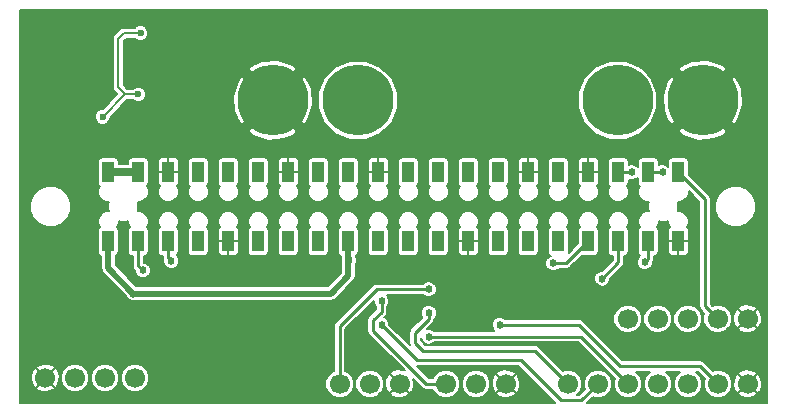
<source format=gbr>
G04 #@! TF.FileFunction,Copper,L2,Bot,Signal*
%FSLAX46Y46*%
G04 Gerber Fmt 4.6, Leading zero omitted, Abs format (unit mm)*
G04 Created by KiCad (PCBNEW 4.0.7-e2-6376~58~ubuntu16.04.1) date Tue Jul 10 13:30:19 2018*
%MOMM*%
%LPD*%
G01*
G04 APERTURE LIST*
%ADD10C,0.050000*%
%ADD11R,1.020000X1.780000*%
%ADD12C,6.000000*%
%ADD13C,1.700000*%
%ADD14C,0.625000*%
%ADD15C,0.600000*%
%ADD16C,0.500000*%
%ADD17C,0.250000*%
%ADD18C,0.700000*%
%ADD19C,0.200000*%
%ADD20C,0.205000*%
G04 APERTURE END LIST*
D10*
D11*
X125872656Y-102920000D03*
X125872844Y-97080000D03*
X128412656Y-102920000D03*
X128412844Y-97080000D03*
X133492656Y-102920000D03*
X133492844Y-97080000D03*
X130952656Y-102920000D03*
X130952844Y-97080000D03*
X136032656Y-102920000D03*
X138572656Y-102920000D03*
X141112656Y-102920000D03*
X143652656Y-102920000D03*
X143652844Y-97080000D03*
X141112844Y-97080000D03*
X138572844Y-97080000D03*
X136032844Y-97080000D03*
X156352656Y-102920000D03*
X158892656Y-102920000D03*
X161432656Y-102920000D03*
X163972656Y-102920000D03*
X163972844Y-97080000D03*
X161432844Y-97080000D03*
X158892844Y-97080000D03*
X156352844Y-97080000D03*
X153812656Y-102920000D03*
X151272656Y-102920000D03*
X148732656Y-102920000D03*
X146192656Y-102920000D03*
X146192844Y-97080000D03*
X148732844Y-97080000D03*
X151272844Y-97080000D03*
X153812844Y-97080000D03*
X171592656Y-102920000D03*
X169052656Y-102920000D03*
X166512656Y-102920000D03*
X174132656Y-102920000D03*
X171592844Y-97080000D03*
X166512844Y-97080000D03*
X174132844Y-97080000D03*
X169052844Y-97080000D03*
D12*
X139800000Y-91000000D03*
X147000000Y-91000000D03*
D13*
X120520000Y-114500000D03*
X123060000Y-114500000D03*
X125600000Y-114500000D03*
X128140000Y-114500000D03*
X180000000Y-109500000D03*
X177460000Y-109500000D03*
X174920000Y-109500000D03*
X172380000Y-109500000D03*
X169840000Y-109500000D03*
X164780000Y-115000000D03*
X167320000Y-115000000D03*
X169860000Y-115000000D03*
X172400000Y-115000000D03*
X174940000Y-115000000D03*
X177480000Y-115000000D03*
X180020000Y-115000000D03*
X154460000Y-115000000D03*
X157000000Y-115000000D03*
X159540000Y-115000000D03*
X145460000Y-115000000D03*
X148000000Y-115000000D03*
X150540000Y-115000000D03*
D12*
X176200000Y-91000000D03*
X169000000Y-91000000D03*
D14*
X128000000Y-107350000D03*
X146209208Y-104521475D03*
X167685310Y-106083131D03*
X171300000Y-104700000D03*
X170200000Y-97100000D03*
X163536170Y-104802143D03*
X128800000Y-105400000D03*
X172800000Y-97100000D03*
X135912830Y-110816601D03*
X143200000Y-112700000D03*
X130100000Y-110200000D03*
D15*
X128800000Y-88500000D03*
X127800000Y-88500000D03*
X127800000Y-87500000D03*
X128800000Y-87500000D03*
D14*
X120203200Y-94996173D03*
X120200000Y-93000000D03*
X120200000Y-94000000D03*
X120700000Y-95600000D03*
X121600000Y-95600000D03*
X122500000Y-95600000D03*
X133600000Y-90300000D03*
X133600000Y-89400000D03*
X133600000Y-88600000D03*
D15*
X128300000Y-88000000D03*
D14*
X131200000Y-104600000D03*
X127154248Y-97102471D03*
D15*
X128600000Y-85300000D03*
X125400000Y-92400000D03*
X128400000Y-90500000D03*
D14*
X153000000Y-107000000D03*
X149000000Y-108000000D03*
X153000000Y-109000000D03*
X149000000Y-110000000D03*
X153000000Y-111000000D03*
X159000000Y-110000000D03*
D16*
X146209208Y-104521475D02*
X146187733Y-104500000D01*
X146187733Y-104500000D02*
X146187733Y-105869417D01*
X146187733Y-105869417D02*
X144707150Y-107350000D01*
X144707150Y-107350000D02*
X128000000Y-107350000D01*
X125870000Y-102900000D02*
X125870000Y-105220000D01*
X125870000Y-105220000D02*
X128000000Y-107350000D01*
X146190000Y-102900000D02*
X146190000Y-104502267D01*
X146190000Y-104502267D02*
X146209208Y-104521475D01*
D17*
X167685310Y-106083131D02*
X169050000Y-104718441D01*
X169050000Y-104718441D02*
X169050000Y-102900000D01*
X171590000Y-102900000D02*
X171590000Y-104410000D01*
X171590000Y-104410000D02*
X171300000Y-104700000D01*
X170200000Y-97100000D02*
X169050000Y-97100000D01*
X163536170Y-104802143D02*
X164607857Y-104802143D01*
X164607857Y-104802143D02*
X166510000Y-102900000D01*
X176400000Y-99370000D02*
X176400000Y-108440000D01*
X176400000Y-108440000D02*
X177460000Y-109500000D01*
X174130000Y-97100000D02*
X176400000Y-99370000D01*
X128410000Y-102900000D02*
X128410000Y-105010000D01*
X128410000Y-105010000D02*
X128800000Y-105400000D01*
X172800000Y-97100000D02*
X171590000Y-97100000D01*
X120203200Y-94996173D02*
X120200000Y-94992973D01*
X120200000Y-94992973D02*
X120200000Y-94000000D01*
X122500000Y-95600000D02*
X121600000Y-95600000D01*
X133600000Y-88600000D02*
X133600000Y-89400000D01*
X130950000Y-102900000D02*
X130950000Y-104350000D01*
X130950000Y-104350000D02*
X131200000Y-104600000D01*
D18*
X127154248Y-97102471D02*
X127147702Y-97095925D01*
X127147702Y-97095925D02*
X125874075Y-97095925D01*
X125874075Y-97095925D02*
X125870000Y-97100000D01*
X127154248Y-97102471D02*
X127156719Y-97100000D01*
X127156719Y-97100000D02*
X128410000Y-97100000D01*
D19*
X126700000Y-85800000D02*
X126700000Y-89900000D01*
X126700000Y-89900000D02*
X127300000Y-90500000D01*
X127200000Y-85300000D02*
X126700000Y-85800000D01*
X128600000Y-85300000D02*
X127200000Y-85300000D01*
X125400000Y-92400000D02*
X127300000Y-90500000D01*
X127300000Y-90500000D02*
X128400000Y-90500000D01*
D17*
X145460000Y-110140000D02*
X148600000Y-107000000D01*
X148600000Y-107000000D02*
X153000000Y-107000000D01*
X145460000Y-115000000D02*
X145460000Y-110140000D01*
X148300000Y-110500000D02*
X152800000Y-115000000D01*
X152800000Y-115000000D02*
X154460000Y-115000000D01*
X148300000Y-109600000D02*
X148300000Y-110500000D01*
X149000000Y-108900000D02*
X148300000Y-109600000D01*
X149000000Y-108000000D02*
X149000000Y-108900000D01*
X153000000Y-109000000D02*
X153000000Y-109500000D01*
X153000000Y-109500000D02*
X151843799Y-110656201D01*
X151843799Y-110656201D02*
X151843799Y-111528973D01*
X151843799Y-111528973D02*
X152514826Y-112200000D01*
X152514826Y-112200000D02*
X161980000Y-112200000D01*
X161980000Y-112200000D02*
X164780000Y-115000000D01*
X149000000Y-110000000D02*
X149000000Y-110008892D01*
X149000000Y-110008892D02*
X151991108Y-113000000D01*
X165931400Y-116388600D02*
X167320000Y-115000000D01*
X151991108Y-113000000D02*
X160800000Y-113000000D01*
X164188600Y-116388600D02*
X165931400Y-116388600D01*
X160800000Y-113000000D02*
X164188600Y-116388600D01*
X153000000Y-111000000D02*
X165860000Y-111000000D01*
X165860000Y-111000000D02*
X169860000Y-115000000D01*
X169200000Y-113500000D02*
X175980000Y-113500000D01*
X175980000Y-113500000D02*
X177480000Y-115000000D01*
X165700000Y-110000000D02*
X169200000Y-113500000D01*
X159000000Y-110000000D02*
X165700000Y-110000000D01*
D20*
G36*
X181612500Y-116612500D02*
X166396930Y-116612500D01*
X166879476Y-116129954D01*
X167077761Y-116212289D01*
X167560123Y-116212710D01*
X168005929Y-116028507D01*
X168347308Y-115687723D01*
X168532289Y-115242239D01*
X168532710Y-114759877D01*
X168348507Y-114314071D01*
X168007723Y-113972692D01*
X167562239Y-113787711D01*
X167079877Y-113787290D01*
X166634071Y-113971493D01*
X166292692Y-114312277D01*
X166107711Y-114757761D01*
X166107290Y-115240123D01*
X166190080Y-115440490D01*
X165729470Y-115901100D01*
X165593558Y-115901100D01*
X165807308Y-115687723D01*
X165992289Y-115242239D01*
X165992710Y-114759877D01*
X165808507Y-114314071D01*
X165467723Y-113972692D01*
X165022239Y-113787711D01*
X164539877Y-113787290D01*
X164339510Y-113870080D01*
X162324715Y-111855285D01*
X162166558Y-111749609D01*
X161980000Y-111712499D01*
X161979995Y-111712500D01*
X152716755Y-111712500D01*
X152331299Y-111327043D01*
X152331299Y-111149205D01*
X152427429Y-111381857D01*
X152617144Y-111571903D01*
X152865145Y-111674883D01*
X153133677Y-111675117D01*
X153381857Y-111572571D01*
X153467076Y-111487500D01*
X165658070Y-111487500D01*
X168730046Y-114559475D01*
X168647711Y-114757761D01*
X168647290Y-115240123D01*
X168831493Y-115685929D01*
X169172277Y-116027308D01*
X169617761Y-116212289D01*
X170100123Y-116212710D01*
X170545929Y-116028507D01*
X170887308Y-115687723D01*
X171072289Y-115242239D01*
X171072710Y-114759877D01*
X170888507Y-114314071D01*
X170562505Y-113987500D01*
X171698036Y-113987500D01*
X171372692Y-114312277D01*
X171187711Y-114757761D01*
X171187290Y-115240123D01*
X171371493Y-115685929D01*
X171712277Y-116027308D01*
X172157761Y-116212289D01*
X172640123Y-116212710D01*
X173085929Y-116028507D01*
X173427308Y-115687723D01*
X173612289Y-115242239D01*
X173612710Y-114759877D01*
X173428507Y-114314071D01*
X173102505Y-113987500D01*
X174238036Y-113987500D01*
X173912692Y-114312277D01*
X173727711Y-114757761D01*
X173727290Y-115240123D01*
X173911493Y-115685929D01*
X174252277Y-116027308D01*
X174697761Y-116212289D01*
X175180123Y-116212710D01*
X175625929Y-116028507D01*
X175967308Y-115687723D01*
X176152289Y-115242239D01*
X176152710Y-114759877D01*
X175968507Y-114314071D01*
X175642505Y-113987500D01*
X175778070Y-113987500D01*
X176350046Y-114559476D01*
X176267711Y-114757761D01*
X176267290Y-115240123D01*
X176451493Y-115685929D01*
X176792277Y-116027308D01*
X177237761Y-116212289D01*
X177720123Y-116212710D01*
X178165929Y-116028507D01*
X178382966Y-115811848D01*
X179211688Y-115811848D01*
X179295372Y-116001617D01*
X179733833Y-116202678D01*
X180215862Y-116220640D01*
X180668071Y-116052771D01*
X180744628Y-116001617D01*
X180828312Y-115811848D01*
X180020000Y-115003536D01*
X179211688Y-115811848D01*
X178382966Y-115811848D01*
X178507308Y-115687723D01*
X178692289Y-115242239D01*
X178692329Y-115195862D01*
X178799360Y-115195862D01*
X178967229Y-115648071D01*
X179018383Y-115724628D01*
X179208152Y-115808312D01*
X180016464Y-115000000D01*
X180023536Y-115000000D01*
X180831848Y-115808312D01*
X181021617Y-115724628D01*
X181222678Y-115286167D01*
X181240640Y-114804138D01*
X181072771Y-114351929D01*
X181021617Y-114275372D01*
X180831848Y-114191688D01*
X180023536Y-115000000D01*
X180016464Y-115000000D01*
X179208152Y-114191688D01*
X179018383Y-114275372D01*
X178817322Y-114713833D01*
X178799360Y-115195862D01*
X178692329Y-115195862D01*
X178692710Y-114759877D01*
X178508507Y-114314071D01*
X178382808Y-114188152D01*
X179211688Y-114188152D01*
X180020000Y-114996464D01*
X180828312Y-114188152D01*
X180744628Y-113998383D01*
X180306167Y-113797322D01*
X179824138Y-113779360D01*
X179371929Y-113947229D01*
X179295372Y-113998383D01*
X179211688Y-114188152D01*
X178382808Y-114188152D01*
X178167723Y-113972692D01*
X177722239Y-113787711D01*
X177239877Y-113787290D01*
X177039510Y-113870080D01*
X176324715Y-113155285D01*
X176166558Y-113049609D01*
X175980000Y-113012499D01*
X175979995Y-113012500D01*
X169401929Y-113012500D01*
X166129553Y-109740123D01*
X168627290Y-109740123D01*
X168811493Y-110185929D01*
X169152277Y-110527308D01*
X169597761Y-110712289D01*
X170080123Y-110712710D01*
X170525929Y-110528507D01*
X170867308Y-110187723D01*
X171052289Y-109742239D01*
X171052290Y-109740123D01*
X171167290Y-109740123D01*
X171351493Y-110185929D01*
X171692277Y-110527308D01*
X172137761Y-110712289D01*
X172620123Y-110712710D01*
X173065929Y-110528507D01*
X173407308Y-110187723D01*
X173592289Y-109742239D01*
X173592290Y-109740123D01*
X173707290Y-109740123D01*
X173891493Y-110185929D01*
X174232277Y-110527308D01*
X174677761Y-110712289D01*
X175160123Y-110712710D01*
X175605929Y-110528507D01*
X175947308Y-110187723D01*
X176132289Y-109742239D01*
X176132710Y-109259877D01*
X175948507Y-108814071D01*
X175607723Y-108472692D01*
X175162239Y-108287711D01*
X174679877Y-108287290D01*
X174234071Y-108471493D01*
X173892692Y-108812277D01*
X173707711Y-109257761D01*
X173707290Y-109740123D01*
X173592290Y-109740123D01*
X173592710Y-109259877D01*
X173408507Y-108814071D01*
X173067723Y-108472692D01*
X172622239Y-108287711D01*
X172139877Y-108287290D01*
X171694071Y-108471493D01*
X171352692Y-108812277D01*
X171167711Y-109257761D01*
X171167290Y-109740123D01*
X171052290Y-109740123D01*
X171052710Y-109259877D01*
X170868507Y-108814071D01*
X170527723Y-108472692D01*
X170082239Y-108287711D01*
X169599877Y-108287290D01*
X169154071Y-108471493D01*
X168812692Y-108812277D01*
X168627711Y-109257761D01*
X168627290Y-109740123D01*
X166129553Y-109740123D01*
X166044715Y-109655285D01*
X165886558Y-109549609D01*
X165700000Y-109512499D01*
X165699995Y-109512500D01*
X159467112Y-109512500D01*
X159382856Y-109428097D01*
X159134855Y-109325117D01*
X158866323Y-109324883D01*
X158618143Y-109427429D01*
X158428097Y-109617144D01*
X158325117Y-109865145D01*
X158324883Y-110133677D01*
X158427429Y-110381857D01*
X158557844Y-110512500D01*
X153467112Y-110512500D01*
X153382856Y-110428097D01*
X153134855Y-110325117D01*
X152866323Y-110324883D01*
X152863295Y-110326134D01*
X153344712Y-109844717D01*
X153344715Y-109844715D01*
X153450391Y-109686558D01*
X153464000Y-109618143D01*
X153487501Y-109500000D01*
X153487500Y-109499995D01*
X153487500Y-109467112D01*
X153571903Y-109382856D01*
X153674883Y-109134855D01*
X153675117Y-108866323D01*
X153572571Y-108618143D01*
X153382856Y-108428097D01*
X153134855Y-108325117D01*
X152866323Y-108324883D01*
X152618143Y-108427429D01*
X152428097Y-108617144D01*
X152325117Y-108865145D01*
X152324883Y-109133677D01*
X152427429Y-109381857D01*
X152428071Y-109382500D01*
X151499084Y-110311486D01*
X151393408Y-110469643D01*
X151356298Y-110656201D01*
X151356299Y-110656206D01*
X151356299Y-111528968D01*
X151356298Y-111528973D01*
X151392747Y-111712210D01*
X149675005Y-109994467D01*
X149675117Y-109866323D01*
X149572571Y-109618143D01*
X149382856Y-109428097D01*
X149226329Y-109363101D01*
X149344712Y-109244717D01*
X149344715Y-109244715D01*
X149450391Y-109086558D01*
X149487500Y-108900000D01*
X149487500Y-108467112D01*
X149571903Y-108382856D01*
X149674883Y-108134855D01*
X149675117Y-107866323D01*
X149572571Y-107618143D01*
X149442156Y-107487500D01*
X152532888Y-107487500D01*
X152617144Y-107571903D01*
X152865145Y-107674883D01*
X153133677Y-107675117D01*
X153381857Y-107572571D01*
X153571903Y-107382856D01*
X153674883Y-107134855D01*
X153675117Y-106866323D01*
X153572571Y-106618143D01*
X153382856Y-106428097D01*
X153134855Y-106325117D01*
X152866323Y-106324883D01*
X152618143Y-106427429D01*
X152532924Y-106512500D01*
X148600005Y-106512500D01*
X148600000Y-106512499D01*
X148413442Y-106549609D01*
X148255285Y-106655285D01*
X148255283Y-106655288D01*
X145115285Y-109795285D01*
X145009609Y-109953442D01*
X144972499Y-110140000D01*
X144972500Y-110140005D01*
X144972500Y-113889504D01*
X144774071Y-113971493D01*
X144432692Y-114312277D01*
X144247711Y-114757761D01*
X144247290Y-115240123D01*
X144431493Y-115685929D01*
X144772277Y-116027308D01*
X145217761Y-116212289D01*
X145700123Y-116212710D01*
X146145929Y-116028507D01*
X146487308Y-115687723D01*
X146672289Y-115242239D01*
X146672290Y-115240123D01*
X146787290Y-115240123D01*
X146971493Y-115685929D01*
X147312277Y-116027308D01*
X147757761Y-116212289D01*
X148240123Y-116212710D01*
X148685929Y-116028507D01*
X148902966Y-115811848D01*
X149731688Y-115811848D01*
X149815372Y-116001617D01*
X150253833Y-116202678D01*
X150735862Y-116220640D01*
X151188071Y-116052771D01*
X151264628Y-116001617D01*
X151348312Y-115811848D01*
X150540000Y-115003536D01*
X149731688Y-115811848D01*
X148902966Y-115811848D01*
X149027308Y-115687723D01*
X149212289Y-115242239D01*
X149212329Y-115195862D01*
X149319360Y-115195862D01*
X149487229Y-115648071D01*
X149538383Y-115724628D01*
X149728152Y-115808312D01*
X150536464Y-115000000D01*
X149728152Y-114191688D01*
X149538383Y-114275372D01*
X149337322Y-114713833D01*
X149319360Y-115195862D01*
X149212329Y-115195862D01*
X149212710Y-114759877D01*
X149028507Y-114314071D01*
X148687723Y-113972692D01*
X148242239Y-113787711D01*
X147759877Y-113787290D01*
X147314071Y-113971493D01*
X146972692Y-114312277D01*
X146787711Y-114757761D01*
X146787290Y-115240123D01*
X146672290Y-115240123D01*
X146672710Y-114759877D01*
X146488507Y-114314071D01*
X146147723Y-113972692D01*
X145947500Y-113889552D01*
X145947500Y-110341930D01*
X148325031Y-107964399D01*
X148324883Y-108133677D01*
X148427429Y-108381857D01*
X148512500Y-108467076D01*
X148512500Y-108698071D01*
X147955285Y-109255285D01*
X147849609Y-109413442D01*
X147812499Y-109600000D01*
X147812500Y-109600005D01*
X147812500Y-110499995D01*
X147812499Y-110500000D01*
X147849609Y-110686558D01*
X147955285Y-110844715D01*
X150977107Y-113866537D01*
X150826167Y-113797322D01*
X150344138Y-113779360D01*
X149891929Y-113947229D01*
X149815372Y-113998383D01*
X149731688Y-114188152D01*
X150540000Y-114996464D01*
X150554142Y-114982322D01*
X150557678Y-114985858D01*
X150543536Y-115000000D01*
X151351848Y-115808312D01*
X151541617Y-115724628D01*
X151742678Y-115286167D01*
X151760640Y-114804138D01*
X151669681Y-114559111D01*
X152455285Y-115344715D01*
X152613442Y-115450391D01*
X152800000Y-115487501D01*
X152800005Y-115487500D01*
X153349504Y-115487500D01*
X153431493Y-115685929D01*
X153772277Y-116027308D01*
X154217761Y-116212289D01*
X154700123Y-116212710D01*
X155145929Y-116028507D01*
X155487308Y-115687723D01*
X155672289Y-115242239D01*
X155672290Y-115240123D01*
X155787290Y-115240123D01*
X155971493Y-115685929D01*
X156312277Y-116027308D01*
X156757761Y-116212289D01*
X157240123Y-116212710D01*
X157685929Y-116028507D01*
X157902966Y-115811848D01*
X158731688Y-115811848D01*
X158815372Y-116001617D01*
X159253833Y-116202678D01*
X159735862Y-116220640D01*
X160188071Y-116052771D01*
X160264628Y-116001617D01*
X160348312Y-115811848D01*
X159540000Y-115003536D01*
X158731688Y-115811848D01*
X157902966Y-115811848D01*
X158027308Y-115687723D01*
X158212289Y-115242239D01*
X158212329Y-115195862D01*
X158319360Y-115195862D01*
X158487229Y-115648071D01*
X158538383Y-115724628D01*
X158728152Y-115808312D01*
X159536464Y-115000000D01*
X159543536Y-115000000D01*
X160351848Y-115808312D01*
X160541617Y-115724628D01*
X160742678Y-115286167D01*
X160760640Y-114804138D01*
X160592771Y-114351929D01*
X160541617Y-114275372D01*
X160351848Y-114191688D01*
X159543536Y-115000000D01*
X159536464Y-115000000D01*
X158728152Y-114191688D01*
X158538383Y-114275372D01*
X158337322Y-114713833D01*
X158319360Y-115195862D01*
X158212329Y-115195862D01*
X158212710Y-114759877D01*
X158028507Y-114314071D01*
X157902808Y-114188152D01*
X158731688Y-114188152D01*
X159540000Y-114996464D01*
X160348312Y-114188152D01*
X160264628Y-113998383D01*
X159826167Y-113797322D01*
X159344138Y-113779360D01*
X158891929Y-113947229D01*
X158815372Y-113998383D01*
X158731688Y-114188152D01*
X157902808Y-114188152D01*
X157687723Y-113972692D01*
X157242239Y-113787711D01*
X156759877Y-113787290D01*
X156314071Y-113971493D01*
X155972692Y-114312277D01*
X155787711Y-114757761D01*
X155787290Y-115240123D01*
X155672290Y-115240123D01*
X155672710Y-114759877D01*
X155488507Y-114314071D01*
X155147723Y-113972692D01*
X154702239Y-113787711D01*
X154219877Y-113787290D01*
X153774071Y-113971493D01*
X153432692Y-114312277D01*
X153349552Y-114512500D01*
X153001930Y-114512500D01*
X151973411Y-113483981D01*
X151991108Y-113487501D01*
X151991113Y-113487500D01*
X160598070Y-113487500D01*
X163723070Y-116612500D01*
X118387500Y-116612500D01*
X118387500Y-115311848D01*
X119711688Y-115311848D01*
X119795372Y-115501617D01*
X120233833Y-115702678D01*
X120715862Y-115720640D01*
X121168071Y-115552771D01*
X121244628Y-115501617D01*
X121328312Y-115311848D01*
X120520000Y-114503536D01*
X119711688Y-115311848D01*
X118387500Y-115311848D01*
X118387500Y-114695862D01*
X119299360Y-114695862D01*
X119467229Y-115148071D01*
X119518383Y-115224628D01*
X119708152Y-115308312D01*
X120516464Y-114500000D01*
X120523536Y-114500000D01*
X121331848Y-115308312D01*
X121521617Y-115224628D01*
X121722678Y-114786167D01*
X121724393Y-114740123D01*
X121847290Y-114740123D01*
X122031493Y-115185929D01*
X122372277Y-115527308D01*
X122817761Y-115712289D01*
X123300123Y-115712710D01*
X123745929Y-115528507D01*
X124087308Y-115187723D01*
X124272289Y-114742239D01*
X124272290Y-114740123D01*
X124387290Y-114740123D01*
X124571493Y-115185929D01*
X124912277Y-115527308D01*
X125357761Y-115712289D01*
X125840123Y-115712710D01*
X126285929Y-115528507D01*
X126627308Y-115187723D01*
X126812289Y-114742239D01*
X126812290Y-114740123D01*
X126927290Y-114740123D01*
X127111493Y-115185929D01*
X127452277Y-115527308D01*
X127897761Y-115712289D01*
X128380123Y-115712710D01*
X128825929Y-115528507D01*
X129167308Y-115187723D01*
X129352289Y-114742239D01*
X129352710Y-114259877D01*
X129168507Y-113814071D01*
X128827723Y-113472692D01*
X128382239Y-113287711D01*
X127899877Y-113287290D01*
X127454071Y-113471493D01*
X127112692Y-113812277D01*
X126927711Y-114257761D01*
X126927290Y-114740123D01*
X126812290Y-114740123D01*
X126812710Y-114259877D01*
X126628507Y-113814071D01*
X126287723Y-113472692D01*
X125842239Y-113287711D01*
X125359877Y-113287290D01*
X124914071Y-113471493D01*
X124572692Y-113812277D01*
X124387711Y-114257761D01*
X124387290Y-114740123D01*
X124272290Y-114740123D01*
X124272710Y-114259877D01*
X124088507Y-113814071D01*
X123747723Y-113472692D01*
X123302239Y-113287711D01*
X122819877Y-113287290D01*
X122374071Y-113471493D01*
X122032692Y-113812277D01*
X121847711Y-114257761D01*
X121847290Y-114740123D01*
X121724393Y-114740123D01*
X121740640Y-114304138D01*
X121572771Y-113851929D01*
X121521617Y-113775372D01*
X121331848Y-113691688D01*
X120523536Y-114500000D01*
X120516464Y-114500000D01*
X119708152Y-113691688D01*
X119518383Y-113775372D01*
X119317322Y-114213833D01*
X119299360Y-114695862D01*
X118387500Y-114695862D01*
X118387500Y-113688152D01*
X119711688Y-113688152D01*
X120520000Y-114496464D01*
X121328312Y-113688152D01*
X121244628Y-113498383D01*
X120806167Y-113297322D01*
X120324138Y-113279360D01*
X119871929Y-113447229D01*
X119795372Y-113498383D01*
X119711688Y-113688152D01*
X118387500Y-113688152D01*
X118387500Y-102030000D01*
X124993055Y-102030000D01*
X124993055Y-103810000D01*
X125018332Y-103944334D01*
X125097723Y-104067712D01*
X125218861Y-104150482D01*
X125257500Y-104158307D01*
X125257500Y-105220000D01*
X125304124Y-105454394D01*
X125392433Y-105586558D01*
X125436897Y-105653103D01*
X127365309Y-107581515D01*
X127427429Y-107731857D01*
X127617144Y-107921903D01*
X127865145Y-108024883D01*
X128133677Y-108025117D01*
X128285222Y-107962500D01*
X144707150Y-107962500D01*
X144941544Y-107915876D01*
X145140253Y-107783103D01*
X146620836Y-106302520D01*
X146678107Y-106216808D01*
X167010193Y-106216808D01*
X167112739Y-106464988D01*
X167302454Y-106655034D01*
X167550455Y-106758014D01*
X167818987Y-106758248D01*
X168067167Y-106655702D01*
X168257213Y-106465987D01*
X168360193Y-106217986D01*
X168360298Y-106097573D01*
X169394712Y-105063158D01*
X169394715Y-105063156D01*
X169500391Y-104904999D01*
X169509264Y-104860391D01*
X169537501Y-104718441D01*
X169537500Y-104718436D01*
X169537500Y-104179601D01*
X169562656Y-104179601D01*
X169696990Y-104154324D01*
X169820368Y-104074933D01*
X169903138Y-103953795D01*
X169932257Y-103810000D01*
X169932257Y-102030000D01*
X169906980Y-101895666D01*
X169827589Y-101772288D01*
X169795317Y-101750237D01*
X169922348Y-101444312D01*
X169922651Y-101097210D01*
X169790101Y-100776414D01*
X169544877Y-100530762D01*
X169224312Y-100397652D01*
X168877210Y-100397349D01*
X168556414Y-100529899D01*
X168310762Y-100775123D01*
X168177652Y-101095688D01*
X168177349Y-101442790D01*
X168305141Y-101752071D01*
X168284944Y-101765067D01*
X168202174Y-101886205D01*
X168173055Y-102030000D01*
X168173055Y-103810000D01*
X168198332Y-103944334D01*
X168277723Y-104067712D01*
X168398861Y-104150482D01*
X168542656Y-104179601D01*
X168562500Y-104179601D01*
X168562500Y-104516512D01*
X167670893Y-105408118D01*
X167551633Y-105408014D01*
X167303453Y-105510560D01*
X167113407Y-105700275D01*
X167010427Y-105948276D01*
X167010193Y-106216808D01*
X146678107Y-106216808D01*
X146753610Y-106103810D01*
X146800233Y-105869417D01*
X146800233Y-104935820D01*
X162861053Y-104935820D01*
X162963599Y-105184000D01*
X163153314Y-105374046D01*
X163401315Y-105477026D01*
X163669847Y-105477260D01*
X163918027Y-105374714D01*
X164003246Y-105289643D01*
X164607852Y-105289643D01*
X164607857Y-105289644D01*
X164794415Y-105252534D01*
X164952572Y-105146858D01*
X165933777Y-104165653D01*
X166002656Y-104179601D01*
X167022656Y-104179601D01*
X167156990Y-104154324D01*
X167280368Y-104074933D01*
X167363138Y-103953795D01*
X167392257Y-103810000D01*
X167392257Y-102030000D01*
X167366980Y-101895666D01*
X167287589Y-101772288D01*
X167255317Y-101750237D01*
X167382348Y-101444312D01*
X167382651Y-101097210D01*
X167250101Y-100776414D01*
X167004877Y-100530762D01*
X166684312Y-100397652D01*
X166337210Y-100397349D01*
X166016414Y-100529899D01*
X165770762Y-100775123D01*
X165637652Y-101095688D01*
X165637349Y-101442790D01*
X165765141Y-101752071D01*
X165744944Y-101765067D01*
X165662174Y-101886205D01*
X165633055Y-102030000D01*
X165633055Y-103087516D01*
X164837450Y-103883120D01*
X164852257Y-103810000D01*
X164852257Y-102030000D01*
X164826980Y-101895666D01*
X164747589Y-101772288D01*
X164715317Y-101750237D01*
X164842348Y-101444312D01*
X164842651Y-101097210D01*
X164710101Y-100776414D01*
X164464877Y-100530762D01*
X164144312Y-100397652D01*
X163797210Y-100397349D01*
X163476414Y-100529899D01*
X163230762Y-100775123D01*
X163097652Y-101095688D01*
X163097349Y-101442790D01*
X163225141Y-101752071D01*
X163204944Y-101765067D01*
X163122174Y-101886205D01*
X163093055Y-102030000D01*
X163093055Y-103810000D01*
X163118332Y-103944334D01*
X163197723Y-104067712D01*
X163318861Y-104150482D01*
X163336890Y-104154133D01*
X163154313Y-104229572D01*
X162964267Y-104419287D01*
X162861287Y-104667288D01*
X162861053Y-104935820D01*
X146800233Y-104935820D01*
X146800233Y-104858281D01*
X146884091Y-104656330D01*
X146884325Y-104387798D01*
X146802500Y-104189767D01*
X146802500Y-104160814D01*
X146836990Y-104154324D01*
X146960368Y-104074933D01*
X147043138Y-103953795D01*
X147072257Y-103810000D01*
X147072257Y-102030000D01*
X147853055Y-102030000D01*
X147853055Y-103810000D01*
X147878332Y-103944334D01*
X147957723Y-104067712D01*
X148078861Y-104150482D01*
X148222656Y-104179601D01*
X149242656Y-104179601D01*
X149376990Y-104154324D01*
X149500368Y-104074933D01*
X149583138Y-103953795D01*
X149612257Y-103810000D01*
X149612257Y-102030000D01*
X150393055Y-102030000D01*
X150393055Y-103810000D01*
X150418332Y-103944334D01*
X150497723Y-104067712D01*
X150618861Y-104150482D01*
X150762656Y-104179601D01*
X151782656Y-104179601D01*
X151916990Y-104154324D01*
X152040368Y-104074933D01*
X152123138Y-103953795D01*
X152152257Y-103810000D01*
X152152257Y-102030000D01*
X152933055Y-102030000D01*
X152933055Y-103810000D01*
X152958332Y-103944334D01*
X153037723Y-104067712D01*
X153158861Y-104150482D01*
X153302656Y-104179601D01*
X154322656Y-104179601D01*
X154456990Y-104154324D01*
X154580368Y-104074933D01*
X154663138Y-103953795D01*
X154692257Y-103810000D01*
X154692257Y-103013125D01*
X155480156Y-103013125D01*
X155480156Y-103882106D01*
X155535343Y-104015340D01*
X155637316Y-104117313D01*
X155770551Y-104172500D01*
X156259531Y-104172500D01*
X156350156Y-104081875D01*
X156350156Y-102922500D01*
X156355156Y-102922500D01*
X156355156Y-104081875D01*
X156445781Y-104172500D01*
X156934761Y-104172500D01*
X157067996Y-104117313D01*
X157169969Y-104015340D01*
X157225156Y-103882106D01*
X157225156Y-103013125D01*
X157134531Y-102922500D01*
X156355156Y-102922500D01*
X156350156Y-102922500D01*
X155570781Y-102922500D01*
X155480156Y-103013125D01*
X154692257Y-103013125D01*
X154692257Y-102030000D01*
X154666980Y-101895666D01*
X154587589Y-101772288D01*
X154555317Y-101750237D01*
X154682348Y-101444312D01*
X154682349Y-101442790D01*
X155477349Y-101442790D01*
X155605957Y-101754046D01*
X155535343Y-101824660D01*
X155480156Y-101957894D01*
X155480156Y-102826875D01*
X155570781Y-102917500D01*
X156350156Y-102917500D01*
X156350156Y-102897500D01*
X156355156Y-102897500D01*
X156355156Y-102917500D01*
X157134531Y-102917500D01*
X157225156Y-102826875D01*
X157225156Y-102030000D01*
X158013055Y-102030000D01*
X158013055Y-103810000D01*
X158038332Y-103944334D01*
X158117723Y-104067712D01*
X158238861Y-104150482D01*
X158382656Y-104179601D01*
X159402656Y-104179601D01*
X159536990Y-104154324D01*
X159660368Y-104074933D01*
X159743138Y-103953795D01*
X159772257Y-103810000D01*
X159772257Y-102030000D01*
X160553055Y-102030000D01*
X160553055Y-103810000D01*
X160578332Y-103944334D01*
X160657723Y-104067712D01*
X160778861Y-104150482D01*
X160922656Y-104179601D01*
X161942656Y-104179601D01*
X162076990Y-104154324D01*
X162200368Y-104074933D01*
X162283138Y-103953795D01*
X162312257Y-103810000D01*
X162312257Y-102030000D01*
X162286980Y-101895666D01*
X162207589Y-101772288D01*
X162175317Y-101750237D01*
X162302348Y-101444312D01*
X162302651Y-101097210D01*
X162170101Y-100776414D01*
X161924877Y-100530762D01*
X161604312Y-100397652D01*
X161257210Y-100397349D01*
X160936414Y-100529899D01*
X160690762Y-100775123D01*
X160557652Y-101095688D01*
X160557349Y-101442790D01*
X160685141Y-101752071D01*
X160664944Y-101765067D01*
X160582174Y-101886205D01*
X160553055Y-102030000D01*
X159772257Y-102030000D01*
X159746980Y-101895666D01*
X159667589Y-101772288D01*
X159635317Y-101750237D01*
X159762348Y-101444312D01*
X159762651Y-101097210D01*
X159630101Y-100776414D01*
X159384877Y-100530762D01*
X159064312Y-100397652D01*
X158717210Y-100397349D01*
X158396414Y-100529899D01*
X158150762Y-100775123D01*
X158017652Y-101095688D01*
X158017349Y-101442790D01*
X158145141Y-101752071D01*
X158124944Y-101765067D01*
X158042174Y-101886205D01*
X158013055Y-102030000D01*
X157225156Y-102030000D01*
X157225156Y-101957894D01*
X157169969Y-101824660D01*
X157095384Y-101750075D01*
X157222348Y-101444312D01*
X157222651Y-101097210D01*
X157090101Y-100776414D01*
X156844877Y-100530762D01*
X156524312Y-100397652D01*
X156177210Y-100397349D01*
X155856414Y-100529899D01*
X155610762Y-100775123D01*
X155477652Y-101095688D01*
X155477349Y-101442790D01*
X154682349Y-101442790D01*
X154682651Y-101097210D01*
X154550101Y-100776414D01*
X154304877Y-100530762D01*
X153984312Y-100397652D01*
X153637210Y-100397349D01*
X153316414Y-100529899D01*
X153070762Y-100775123D01*
X152937652Y-101095688D01*
X152937349Y-101442790D01*
X153065141Y-101752071D01*
X153044944Y-101765067D01*
X152962174Y-101886205D01*
X152933055Y-102030000D01*
X152152257Y-102030000D01*
X152126980Y-101895666D01*
X152047589Y-101772288D01*
X152015317Y-101750237D01*
X152142348Y-101444312D01*
X152142651Y-101097210D01*
X152010101Y-100776414D01*
X151764877Y-100530762D01*
X151444312Y-100397652D01*
X151097210Y-100397349D01*
X150776414Y-100529899D01*
X150530762Y-100775123D01*
X150397652Y-101095688D01*
X150397349Y-101442790D01*
X150525141Y-101752071D01*
X150504944Y-101765067D01*
X150422174Y-101886205D01*
X150393055Y-102030000D01*
X149612257Y-102030000D01*
X149586980Y-101895666D01*
X149507589Y-101772288D01*
X149475317Y-101750237D01*
X149602348Y-101444312D01*
X149602651Y-101097210D01*
X149470101Y-100776414D01*
X149224877Y-100530762D01*
X148904312Y-100397652D01*
X148557210Y-100397349D01*
X148236414Y-100529899D01*
X147990762Y-100775123D01*
X147857652Y-101095688D01*
X147857349Y-101442790D01*
X147985141Y-101752071D01*
X147964944Y-101765067D01*
X147882174Y-101886205D01*
X147853055Y-102030000D01*
X147072257Y-102030000D01*
X147046980Y-101895666D01*
X146967589Y-101772288D01*
X146935317Y-101750237D01*
X147062348Y-101444312D01*
X147062651Y-101097210D01*
X146930101Y-100776414D01*
X146684877Y-100530762D01*
X146364312Y-100397652D01*
X146017210Y-100397349D01*
X145696414Y-100529899D01*
X145450762Y-100775123D01*
X145317652Y-101095688D01*
X145317349Y-101442790D01*
X145445141Y-101752071D01*
X145424944Y-101765067D01*
X145342174Y-101886205D01*
X145313055Y-102030000D01*
X145313055Y-103810000D01*
X145338332Y-103944334D01*
X145417723Y-104067712D01*
X145538861Y-104150482D01*
X145577500Y-104158307D01*
X145577500Y-104282644D01*
X145534325Y-104386620D01*
X145534091Y-104655152D01*
X145575233Y-104754723D01*
X145575233Y-105615711D01*
X144453444Y-106737500D01*
X128285089Y-106737500D01*
X128231421Y-106715215D01*
X126482500Y-104966294D01*
X126482500Y-104160814D01*
X126516990Y-104154324D01*
X126640368Y-104074933D01*
X126723138Y-103953795D01*
X126752257Y-103810000D01*
X126752257Y-102030000D01*
X126726980Y-101895666D01*
X126647589Y-101772288D01*
X126615317Y-101750237D01*
X126742348Y-101444312D01*
X126742560Y-101201984D01*
X126887771Y-101262281D01*
X127390025Y-101262719D01*
X127537559Y-101201759D01*
X127537349Y-101442790D01*
X127665141Y-101752071D01*
X127644944Y-101765067D01*
X127562174Y-101886205D01*
X127533055Y-102030000D01*
X127533055Y-103810000D01*
X127558332Y-103944334D01*
X127637723Y-104067712D01*
X127758861Y-104150482D01*
X127902656Y-104179601D01*
X127922500Y-104179601D01*
X127922500Y-105009995D01*
X127922499Y-105010000D01*
X127959609Y-105196558D01*
X128065285Y-105354715D01*
X128124987Y-105414417D01*
X128124883Y-105533677D01*
X128227429Y-105781857D01*
X128417144Y-105971903D01*
X128665145Y-106074883D01*
X128933677Y-106075117D01*
X129181857Y-105972571D01*
X129371903Y-105782856D01*
X129474883Y-105534855D01*
X129475117Y-105266323D01*
X129372571Y-105018143D01*
X129182856Y-104828097D01*
X128934855Y-104725117D01*
X128897500Y-104725084D01*
X128897500Y-104179601D01*
X128922656Y-104179601D01*
X129056990Y-104154324D01*
X129180368Y-104074933D01*
X129263138Y-103953795D01*
X129292257Y-103810000D01*
X129292257Y-102030000D01*
X130073055Y-102030000D01*
X130073055Y-103810000D01*
X130098332Y-103944334D01*
X130177723Y-104067712D01*
X130298861Y-104150482D01*
X130442656Y-104179601D01*
X130462500Y-104179601D01*
X130462500Y-104349995D01*
X130462499Y-104350000D01*
X130499609Y-104536558D01*
X130525022Y-104574591D01*
X130524883Y-104733677D01*
X130627429Y-104981857D01*
X130817144Y-105171903D01*
X131065145Y-105274883D01*
X131333677Y-105275117D01*
X131581857Y-105172571D01*
X131771903Y-104982856D01*
X131874883Y-104734855D01*
X131875117Y-104466323D01*
X131772571Y-104218143D01*
X131665107Y-104110492D01*
X131720368Y-104074933D01*
X131803138Y-103953795D01*
X131832257Y-103810000D01*
X131832257Y-102030000D01*
X132613055Y-102030000D01*
X132613055Y-103810000D01*
X132638332Y-103944334D01*
X132717723Y-104067712D01*
X132838861Y-104150482D01*
X132982656Y-104179601D01*
X134002656Y-104179601D01*
X134136990Y-104154324D01*
X134260368Y-104074933D01*
X134343138Y-103953795D01*
X134372257Y-103810000D01*
X134372257Y-103013125D01*
X135160156Y-103013125D01*
X135160156Y-103882106D01*
X135215343Y-104015340D01*
X135317316Y-104117313D01*
X135450551Y-104172500D01*
X135939531Y-104172500D01*
X136030156Y-104081875D01*
X136030156Y-102922500D01*
X136035156Y-102922500D01*
X136035156Y-104081875D01*
X136125781Y-104172500D01*
X136614761Y-104172500D01*
X136747996Y-104117313D01*
X136849969Y-104015340D01*
X136905156Y-103882106D01*
X136905156Y-103013125D01*
X136814531Y-102922500D01*
X136035156Y-102922500D01*
X136030156Y-102922500D01*
X135250781Y-102922500D01*
X135160156Y-103013125D01*
X134372257Y-103013125D01*
X134372257Y-102030000D01*
X134346980Y-101895666D01*
X134267589Y-101772288D01*
X134235317Y-101750237D01*
X134362348Y-101444312D01*
X134362349Y-101442790D01*
X135157349Y-101442790D01*
X135285957Y-101754046D01*
X135215343Y-101824660D01*
X135160156Y-101957894D01*
X135160156Y-102826875D01*
X135250781Y-102917500D01*
X136030156Y-102917500D01*
X136030156Y-102897500D01*
X136035156Y-102897500D01*
X136035156Y-102917500D01*
X136814531Y-102917500D01*
X136905156Y-102826875D01*
X136905156Y-102030000D01*
X137693055Y-102030000D01*
X137693055Y-103810000D01*
X137718332Y-103944334D01*
X137797723Y-104067712D01*
X137918861Y-104150482D01*
X138062656Y-104179601D01*
X139082656Y-104179601D01*
X139216990Y-104154324D01*
X139340368Y-104074933D01*
X139423138Y-103953795D01*
X139452257Y-103810000D01*
X139452257Y-102030000D01*
X140233055Y-102030000D01*
X140233055Y-103810000D01*
X140258332Y-103944334D01*
X140337723Y-104067712D01*
X140458861Y-104150482D01*
X140602656Y-104179601D01*
X141622656Y-104179601D01*
X141756990Y-104154324D01*
X141880368Y-104074933D01*
X141963138Y-103953795D01*
X141992257Y-103810000D01*
X141992257Y-102030000D01*
X142773055Y-102030000D01*
X142773055Y-103810000D01*
X142798332Y-103944334D01*
X142877723Y-104067712D01*
X142998861Y-104150482D01*
X143142656Y-104179601D01*
X144162656Y-104179601D01*
X144296990Y-104154324D01*
X144420368Y-104074933D01*
X144503138Y-103953795D01*
X144532257Y-103810000D01*
X144532257Y-102030000D01*
X144506980Y-101895666D01*
X144427589Y-101772288D01*
X144395317Y-101750237D01*
X144522348Y-101444312D01*
X144522651Y-101097210D01*
X144390101Y-100776414D01*
X144144877Y-100530762D01*
X143824312Y-100397652D01*
X143477210Y-100397349D01*
X143156414Y-100529899D01*
X142910762Y-100775123D01*
X142777652Y-101095688D01*
X142777349Y-101442790D01*
X142905141Y-101752071D01*
X142884944Y-101765067D01*
X142802174Y-101886205D01*
X142773055Y-102030000D01*
X141992257Y-102030000D01*
X141966980Y-101895666D01*
X141887589Y-101772288D01*
X141855317Y-101750237D01*
X141982348Y-101444312D01*
X141982651Y-101097210D01*
X141850101Y-100776414D01*
X141604877Y-100530762D01*
X141284312Y-100397652D01*
X140937210Y-100397349D01*
X140616414Y-100529899D01*
X140370762Y-100775123D01*
X140237652Y-101095688D01*
X140237349Y-101442790D01*
X140365141Y-101752071D01*
X140344944Y-101765067D01*
X140262174Y-101886205D01*
X140233055Y-102030000D01*
X139452257Y-102030000D01*
X139426980Y-101895666D01*
X139347589Y-101772288D01*
X139315317Y-101750237D01*
X139442348Y-101444312D01*
X139442651Y-101097210D01*
X139310101Y-100776414D01*
X139064877Y-100530762D01*
X138744312Y-100397652D01*
X138397210Y-100397349D01*
X138076414Y-100529899D01*
X137830762Y-100775123D01*
X137697652Y-101095688D01*
X137697349Y-101442790D01*
X137825141Y-101752071D01*
X137804944Y-101765067D01*
X137722174Y-101886205D01*
X137693055Y-102030000D01*
X136905156Y-102030000D01*
X136905156Y-101957894D01*
X136849969Y-101824660D01*
X136775384Y-101750075D01*
X136902348Y-101444312D01*
X136902651Y-101097210D01*
X136770101Y-100776414D01*
X136524877Y-100530762D01*
X136204312Y-100397652D01*
X135857210Y-100397349D01*
X135536414Y-100529899D01*
X135290762Y-100775123D01*
X135157652Y-101095688D01*
X135157349Y-101442790D01*
X134362349Y-101442790D01*
X134362651Y-101097210D01*
X134230101Y-100776414D01*
X133984877Y-100530762D01*
X133664312Y-100397652D01*
X133317210Y-100397349D01*
X132996414Y-100529899D01*
X132750762Y-100775123D01*
X132617652Y-101095688D01*
X132617349Y-101442790D01*
X132745141Y-101752071D01*
X132724944Y-101765067D01*
X132642174Y-101886205D01*
X132613055Y-102030000D01*
X131832257Y-102030000D01*
X131806980Y-101895666D01*
X131727589Y-101772288D01*
X131695317Y-101750237D01*
X131822348Y-101444312D01*
X131822651Y-101097210D01*
X131690101Y-100776414D01*
X131444877Y-100530762D01*
X131124312Y-100397652D01*
X130777210Y-100397349D01*
X130456414Y-100529899D01*
X130210762Y-100775123D01*
X130077652Y-101095688D01*
X130077349Y-101442790D01*
X130205141Y-101752071D01*
X130184944Y-101765067D01*
X130102174Y-101886205D01*
X130073055Y-102030000D01*
X129292257Y-102030000D01*
X129266980Y-101895666D01*
X129187589Y-101772288D01*
X129155317Y-101750237D01*
X129282348Y-101444312D01*
X129282651Y-101097210D01*
X129150101Y-100776414D01*
X128904877Y-100530762D01*
X128584312Y-100397652D01*
X128341984Y-100397440D01*
X128402281Y-100252229D01*
X128402719Y-99749975D01*
X128341759Y-99602441D01*
X128582790Y-99602651D01*
X128903586Y-99470101D01*
X129149238Y-99224877D01*
X129282348Y-98904312D01*
X129282349Y-98902790D01*
X130077349Y-98902790D01*
X130209899Y-99223586D01*
X130455123Y-99469238D01*
X130775688Y-99602348D01*
X131122790Y-99602651D01*
X131443586Y-99470101D01*
X131689238Y-99224877D01*
X131822348Y-98904312D01*
X131822651Y-98557210D01*
X131695651Y-98249846D01*
X131770157Y-98175340D01*
X131825344Y-98042106D01*
X131825344Y-97173125D01*
X131734719Y-97082500D01*
X130955344Y-97082500D01*
X130955344Y-97102500D01*
X130950344Y-97102500D01*
X130950344Y-97082500D01*
X130170969Y-97082500D01*
X130080344Y-97173125D01*
X130080344Y-98042106D01*
X130135531Y-98175340D01*
X130206229Y-98246038D01*
X130077652Y-98555688D01*
X130077349Y-98902790D01*
X129282349Y-98902790D01*
X129282651Y-98557210D01*
X129156014Y-98250725D01*
X129180556Y-98234933D01*
X129263326Y-98113795D01*
X129292445Y-97970000D01*
X129292445Y-96190000D01*
X129278878Y-96117894D01*
X130080344Y-96117894D01*
X130080344Y-96986875D01*
X130170969Y-97077500D01*
X130950344Y-97077500D01*
X130950344Y-95918125D01*
X130955344Y-95918125D01*
X130955344Y-97077500D01*
X131734719Y-97077500D01*
X131825344Y-96986875D01*
X131825344Y-96190000D01*
X132613243Y-96190000D01*
X132613243Y-97970000D01*
X132638520Y-98104334D01*
X132717911Y-98227712D01*
X132745899Y-98246835D01*
X132617652Y-98555688D01*
X132617349Y-98902790D01*
X132749899Y-99223586D01*
X132995123Y-99469238D01*
X133315688Y-99602348D01*
X133662790Y-99602651D01*
X133983586Y-99470101D01*
X134229238Y-99224877D01*
X134362348Y-98904312D01*
X134362651Y-98557210D01*
X134236014Y-98250725D01*
X134260556Y-98234933D01*
X134343326Y-98113795D01*
X134372445Y-97970000D01*
X134372445Y-96190000D01*
X135153243Y-96190000D01*
X135153243Y-97970000D01*
X135178520Y-98104334D01*
X135257911Y-98227712D01*
X135285899Y-98246835D01*
X135157652Y-98555688D01*
X135157349Y-98902790D01*
X135289899Y-99223586D01*
X135535123Y-99469238D01*
X135855688Y-99602348D01*
X136202790Y-99602651D01*
X136523586Y-99470101D01*
X136769238Y-99224877D01*
X136902348Y-98904312D01*
X136902651Y-98557210D01*
X136776014Y-98250725D01*
X136800556Y-98234933D01*
X136883326Y-98113795D01*
X136912445Y-97970000D01*
X136912445Y-96190000D01*
X137693243Y-96190000D01*
X137693243Y-97970000D01*
X137718520Y-98104334D01*
X137797911Y-98227712D01*
X137825899Y-98246835D01*
X137697652Y-98555688D01*
X137697349Y-98902790D01*
X137829899Y-99223586D01*
X138075123Y-99469238D01*
X138395688Y-99602348D01*
X138742790Y-99602651D01*
X139063586Y-99470101D01*
X139309238Y-99224877D01*
X139442348Y-98904312D01*
X139442349Y-98902790D01*
X140237349Y-98902790D01*
X140369899Y-99223586D01*
X140615123Y-99469238D01*
X140935688Y-99602348D01*
X141282790Y-99602651D01*
X141603586Y-99470101D01*
X141849238Y-99224877D01*
X141982348Y-98904312D01*
X141982651Y-98557210D01*
X141855651Y-98249846D01*
X141930157Y-98175340D01*
X141985344Y-98042106D01*
X141985344Y-97173125D01*
X141894719Y-97082500D01*
X141115344Y-97082500D01*
X141115344Y-97102500D01*
X141110344Y-97102500D01*
X141110344Y-97082500D01*
X140330969Y-97082500D01*
X140240344Y-97173125D01*
X140240344Y-98042106D01*
X140295531Y-98175340D01*
X140366229Y-98246038D01*
X140237652Y-98555688D01*
X140237349Y-98902790D01*
X139442349Y-98902790D01*
X139442651Y-98557210D01*
X139316014Y-98250725D01*
X139340556Y-98234933D01*
X139423326Y-98113795D01*
X139452445Y-97970000D01*
X139452445Y-96190000D01*
X139438878Y-96117894D01*
X140240344Y-96117894D01*
X140240344Y-96986875D01*
X140330969Y-97077500D01*
X141110344Y-97077500D01*
X141110344Y-95918125D01*
X141115344Y-95918125D01*
X141115344Y-97077500D01*
X141894719Y-97077500D01*
X141985344Y-96986875D01*
X141985344Y-96190000D01*
X142773243Y-96190000D01*
X142773243Y-97970000D01*
X142798520Y-98104334D01*
X142877911Y-98227712D01*
X142905899Y-98246835D01*
X142777652Y-98555688D01*
X142777349Y-98902790D01*
X142909899Y-99223586D01*
X143155123Y-99469238D01*
X143475688Y-99602348D01*
X143822790Y-99602651D01*
X144143586Y-99470101D01*
X144389238Y-99224877D01*
X144522348Y-98904312D01*
X144522651Y-98557210D01*
X144396014Y-98250725D01*
X144420556Y-98234933D01*
X144503326Y-98113795D01*
X144532445Y-97970000D01*
X144532445Y-96190000D01*
X145313243Y-96190000D01*
X145313243Y-97970000D01*
X145338520Y-98104334D01*
X145417911Y-98227712D01*
X145445899Y-98246835D01*
X145317652Y-98555688D01*
X145317349Y-98902790D01*
X145449899Y-99223586D01*
X145695123Y-99469238D01*
X146015688Y-99602348D01*
X146362790Y-99602651D01*
X146683586Y-99470101D01*
X146929238Y-99224877D01*
X147062348Y-98904312D01*
X147062349Y-98902790D01*
X147857349Y-98902790D01*
X147989899Y-99223586D01*
X148235123Y-99469238D01*
X148555688Y-99602348D01*
X148902790Y-99602651D01*
X149223586Y-99470101D01*
X149469238Y-99224877D01*
X149602348Y-98904312D01*
X149602651Y-98557210D01*
X149475651Y-98249846D01*
X149550157Y-98175340D01*
X149605344Y-98042106D01*
X149605344Y-97173125D01*
X149514719Y-97082500D01*
X148735344Y-97082500D01*
X148735344Y-97102500D01*
X148730344Y-97102500D01*
X148730344Y-97082500D01*
X147950969Y-97082500D01*
X147860344Y-97173125D01*
X147860344Y-98042106D01*
X147915531Y-98175340D01*
X147986229Y-98246038D01*
X147857652Y-98555688D01*
X147857349Y-98902790D01*
X147062349Y-98902790D01*
X147062651Y-98557210D01*
X146936014Y-98250725D01*
X146960556Y-98234933D01*
X147043326Y-98113795D01*
X147072445Y-97970000D01*
X147072445Y-96190000D01*
X147058878Y-96117894D01*
X147860344Y-96117894D01*
X147860344Y-96986875D01*
X147950969Y-97077500D01*
X148730344Y-97077500D01*
X148730344Y-95918125D01*
X148735344Y-95918125D01*
X148735344Y-97077500D01*
X149514719Y-97077500D01*
X149605344Y-96986875D01*
X149605344Y-96190000D01*
X150393243Y-96190000D01*
X150393243Y-97970000D01*
X150418520Y-98104334D01*
X150497911Y-98227712D01*
X150525899Y-98246835D01*
X150397652Y-98555688D01*
X150397349Y-98902790D01*
X150529899Y-99223586D01*
X150775123Y-99469238D01*
X151095688Y-99602348D01*
X151442790Y-99602651D01*
X151763586Y-99470101D01*
X152009238Y-99224877D01*
X152142348Y-98904312D01*
X152142651Y-98557210D01*
X152016014Y-98250725D01*
X152040556Y-98234933D01*
X152123326Y-98113795D01*
X152152445Y-97970000D01*
X152152445Y-96190000D01*
X152933243Y-96190000D01*
X152933243Y-97970000D01*
X152958520Y-98104334D01*
X153037911Y-98227712D01*
X153065899Y-98246835D01*
X152937652Y-98555688D01*
X152937349Y-98902790D01*
X153069899Y-99223586D01*
X153315123Y-99469238D01*
X153635688Y-99602348D01*
X153982790Y-99602651D01*
X154303586Y-99470101D01*
X154549238Y-99224877D01*
X154682348Y-98904312D01*
X154682651Y-98557210D01*
X154556014Y-98250725D01*
X154580556Y-98234933D01*
X154663326Y-98113795D01*
X154692445Y-97970000D01*
X154692445Y-96190000D01*
X155473243Y-96190000D01*
X155473243Y-97970000D01*
X155498520Y-98104334D01*
X155577911Y-98227712D01*
X155605899Y-98246835D01*
X155477652Y-98555688D01*
X155477349Y-98902790D01*
X155609899Y-99223586D01*
X155855123Y-99469238D01*
X156175688Y-99602348D01*
X156522790Y-99602651D01*
X156843586Y-99470101D01*
X157089238Y-99224877D01*
X157222348Y-98904312D01*
X157222651Y-98557210D01*
X157096014Y-98250725D01*
X157120556Y-98234933D01*
X157203326Y-98113795D01*
X157232445Y-97970000D01*
X157232445Y-96190000D01*
X158013243Y-96190000D01*
X158013243Y-97970000D01*
X158038520Y-98104334D01*
X158117911Y-98227712D01*
X158145899Y-98246835D01*
X158017652Y-98555688D01*
X158017349Y-98902790D01*
X158149899Y-99223586D01*
X158395123Y-99469238D01*
X158715688Y-99602348D01*
X159062790Y-99602651D01*
X159383586Y-99470101D01*
X159629238Y-99224877D01*
X159762348Y-98904312D01*
X159762349Y-98902790D01*
X160557349Y-98902790D01*
X160689899Y-99223586D01*
X160935123Y-99469238D01*
X161255688Y-99602348D01*
X161602790Y-99602651D01*
X161923586Y-99470101D01*
X162169238Y-99224877D01*
X162302348Y-98904312D01*
X162302651Y-98557210D01*
X162175651Y-98249846D01*
X162250157Y-98175340D01*
X162305344Y-98042106D01*
X162305344Y-97173125D01*
X162214719Y-97082500D01*
X161435344Y-97082500D01*
X161435344Y-97102500D01*
X161430344Y-97102500D01*
X161430344Y-97082500D01*
X160650969Y-97082500D01*
X160560344Y-97173125D01*
X160560344Y-98042106D01*
X160615531Y-98175340D01*
X160686229Y-98246038D01*
X160557652Y-98555688D01*
X160557349Y-98902790D01*
X159762349Y-98902790D01*
X159762651Y-98557210D01*
X159636014Y-98250725D01*
X159660556Y-98234933D01*
X159743326Y-98113795D01*
X159772445Y-97970000D01*
X159772445Y-96190000D01*
X159758878Y-96117894D01*
X160560344Y-96117894D01*
X160560344Y-96986875D01*
X160650969Y-97077500D01*
X161430344Y-97077500D01*
X161430344Y-95918125D01*
X161435344Y-95918125D01*
X161435344Y-97077500D01*
X162214719Y-97077500D01*
X162305344Y-96986875D01*
X162305344Y-96190000D01*
X163093243Y-96190000D01*
X163093243Y-97970000D01*
X163118520Y-98104334D01*
X163197911Y-98227712D01*
X163225899Y-98246835D01*
X163097652Y-98555688D01*
X163097349Y-98902790D01*
X163229899Y-99223586D01*
X163475123Y-99469238D01*
X163795688Y-99602348D01*
X164142790Y-99602651D01*
X164463586Y-99470101D01*
X164709238Y-99224877D01*
X164842348Y-98904312D01*
X164842349Y-98902790D01*
X165637349Y-98902790D01*
X165769899Y-99223586D01*
X166015123Y-99469238D01*
X166335688Y-99602348D01*
X166682790Y-99602651D01*
X167003586Y-99470101D01*
X167249238Y-99224877D01*
X167382348Y-98904312D01*
X167382651Y-98557210D01*
X167255651Y-98249846D01*
X167330157Y-98175340D01*
X167385344Y-98042106D01*
X167385344Y-97173125D01*
X167294719Y-97082500D01*
X166515344Y-97082500D01*
X166515344Y-97102500D01*
X166510344Y-97102500D01*
X166510344Y-97082500D01*
X165730969Y-97082500D01*
X165640344Y-97173125D01*
X165640344Y-98042106D01*
X165695531Y-98175340D01*
X165766229Y-98246038D01*
X165637652Y-98555688D01*
X165637349Y-98902790D01*
X164842349Y-98902790D01*
X164842651Y-98557210D01*
X164716014Y-98250725D01*
X164740556Y-98234933D01*
X164823326Y-98113795D01*
X164852445Y-97970000D01*
X164852445Y-96190000D01*
X164838878Y-96117894D01*
X165640344Y-96117894D01*
X165640344Y-96986875D01*
X165730969Y-97077500D01*
X166510344Y-97077500D01*
X166510344Y-95918125D01*
X166515344Y-95918125D01*
X166515344Y-97077500D01*
X167294719Y-97077500D01*
X167385344Y-96986875D01*
X167385344Y-96190000D01*
X168173243Y-96190000D01*
X168173243Y-97970000D01*
X168198520Y-98104334D01*
X168277911Y-98227712D01*
X168305899Y-98246835D01*
X168177652Y-98555688D01*
X168177349Y-98902790D01*
X168309899Y-99223586D01*
X168555123Y-99469238D01*
X168875688Y-99602348D01*
X169222790Y-99602651D01*
X169543586Y-99470101D01*
X169789238Y-99224877D01*
X169922348Y-98904312D01*
X169922651Y-98557210D01*
X169796014Y-98250725D01*
X169820556Y-98234933D01*
X169903326Y-98113795D01*
X169932445Y-97970000D01*
X169932445Y-97719781D01*
X170065145Y-97774883D01*
X170333677Y-97775117D01*
X170581857Y-97672571D01*
X170713243Y-97541414D01*
X170713243Y-97970000D01*
X170738520Y-98104334D01*
X170817911Y-98227712D01*
X170845899Y-98246835D01*
X170717652Y-98555688D01*
X170717349Y-98902790D01*
X170849899Y-99223586D01*
X171095123Y-99469238D01*
X171415688Y-99602348D01*
X171658016Y-99602560D01*
X171597719Y-99747771D01*
X171597281Y-100250025D01*
X171658241Y-100397559D01*
X171417210Y-100397349D01*
X171096414Y-100529899D01*
X170850762Y-100775123D01*
X170717652Y-101095688D01*
X170717349Y-101442790D01*
X170845141Y-101752071D01*
X170824944Y-101765067D01*
X170742174Y-101886205D01*
X170713055Y-102030000D01*
X170713055Y-103810000D01*
X170738332Y-103944334D01*
X170817723Y-104067712D01*
X170912852Y-104132711D01*
X170728097Y-104317144D01*
X170625117Y-104565145D01*
X170624883Y-104833677D01*
X170727429Y-105081857D01*
X170917144Y-105271903D01*
X171165145Y-105374883D01*
X171433677Y-105375117D01*
X171681857Y-105272571D01*
X171871903Y-105082856D01*
X171974883Y-104834855D01*
X171975005Y-104694416D01*
X172040391Y-104596558D01*
X172077501Y-104410000D01*
X172077500Y-104409995D01*
X172077500Y-104179601D01*
X172102656Y-104179601D01*
X172236990Y-104154324D01*
X172360368Y-104074933D01*
X172443138Y-103953795D01*
X172472257Y-103810000D01*
X172472257Y-103013125D01*
X173260156Y-103013125D01*
X173260156Y-103882106D01*
X173315343Y-104015340D01*
X173417316Y-104117313D01*
X173550551Y-104172500D01*
X174039531Y-104172500D01*
X174130156Y-104081875D01*
X174130156Y-102922500D01*
X174135156Y-102922500D01*
X174135156Y-104081875D01*
X174225781Y-104172500D01*
X174714761Y-104172500D01*
X174847996Y-104117313D01*
X174949969Y-104015340D01*
X175005156Y-103882106D01*
X175005156Y-103013125D01*
X174914531Y-102922500D01*
X174135156Y-102922500D01*
X174130156Y-102922500D01*
X173350781Y-102922500D01*
X173260156Y-103013125D01*
X172472257Y-103013125D01*
X172472257Y-102030000D01*
X172446980Y-101895666D01*
X172367589Y-101772288D01*
X172335317Y-101750237D01*
X172462348Y-101444312D01*
X172462560Y-101201984D01*
X172607771Y-101262281D01*
X173110025Y-101262719D01*
X173257559Y-101201759D01*
X173257349Y-101442790D01*
X173385957Y-101754046D01*
X173315343Y-101824660D01*
X173260156Y-101957894D01*
X173260156Y-102826875D01*
X173350781Y-102917500D01*
X174130156Y-102917500D01*
X174130156Y-102897500D01*
X174135156Y-102897500D01*
X174135156Y-102917500D01*
X174914531Y-102917500D01*
X175005156Y-102826875D01*
X175005156Y-101957894D01*
X174949969Y-101824660D01*
X174875384Y-101750075D01*
X175002348Y-101444312D01*
X175002651Y-101097210D01*
X174870101Y-100776414D01*
X174624877Y-100530762D01*
X174304312Y-100397652D01*
X174061984Y-100397440D01*
X174122281Y-100252229D01*
X174122719Y-99749975D01*
X174061759Y-99602441D01*
X174302790Y-99602651D01*
X174623586Y-99470101D01*
X174869238Y-99224877D01*
X175002348Y-98904312D01*
X175002560Y-98661989D01*
X175912500Y-99571929D01*
X175912500Y-108439995D01*
X175912499Y-108440000D01*
X175949609Y-108626558D01*
X176055285Y-108784715D01*
X176330046Y-109059476D01*
X176247711Y-109257761D01*
X176247290Y-109740123D01*
X176431493Y-110185929D01*
X176772277Y-110527308D01*
X177217761Y-110712289D01*
X177700123Y-110712710D01*
X178145929Y-110528507D01*
X178362966Y-110311848D01*
X179191688Y-110311848D01*
X179275372Y-110501617D01*
X179713833Y-110702678D01*
X180195862Y-110720640D01*
X180648071Y-110552771D01*
X180724628Y-110501617D01*
X180808312Y-110311848D01*
X180000000Y-109503536D01*
X179191688Y-110311848D01*
X178362966Y-110311848D01*
X178487308Y-110187723D01*
X178672289Y-109742239D01*
X178672329Y-109695862D01*
X178779360Y-109695862D01*
X178947229Y-110148071D01*
X178998383Y-110224628D01*
X179188152Y-110308312D01*
X179996464Y-109500000D01*
X180003536Y-109500000D01*
X180811848Y-110308312D01*
X181001617Y-110224628D01*
X181202678Y-109786167D01*
X181220640Y-109304138D01*
X181052771Y-108851929D01*
X181001617Y-108775372D01*
X180811848Y-108691688D01*
X180003536Y-109500000D01*
X179996464Y-109500000D01*
X179188152Y-108691688D01*
X178998383Y-108775372D01*
X178797322Y-109213833D01*
X178779360Y-109695862D01*
X178672329Y-109695862D01*
X178672710Y-109259877D01*
X178488507Y-108814071D01*
X178362808Y-108688152D01*
X179191688Y-108688152D01*
X180000000Y-109496464D01*
X180808312Y-108688152D01*
X180724628Y-108498383D01*
X180286167Y-108297322D01*
X179804138Y-108279360D01*
X179351929Y-108447229D01*
X179275372Y-108498383D01*
X179191688Y-108688152D01*
X178362808Y-108688152D01*
X178147723Y-108472692D01*
X177702239Y-108287711D01*
X177219877Y-108287290D01*
X177019510Y-108370080D01*
X176887500Y-108238070D01*
X176887500Y-100344094D01*
X177262199Y-100344094D01*
X177526160Y-100982929D01*
X178014500Y-101472122D01*
X178652874Y-101737198D01*
X179344094Y-101737801D01*
X179982929Y-101473840D01*
X180472122Y-100985500D01*
X180737198Y-100347126D01*
X180737801Y-99655906D01*
X180473840Y-99017071D01*
X179985500Y-98527878D01*
X179347126Y-98262802D01*
X178655906Y-98262199D01*
X178017071Y-98526160D01*
X177527878Y-99014500D01*
X177262802Y-99652874D01*
X177262199Y-100344094D01*
X176887500Y-100344094D01*
X176887500Y-99370005D01*
X176887501Y-99370000D01*
X176850391Y-99183442D01*
X176744715Y-99025285D01*
X176744712Y-99025283D01*
X175012445Y-97293015D01*
X175012445Y-96190000D01*
X174987168Y-96055666D01*
X174907777Y-95932288D01*
X174786639Y-95849518D01*
X174642844Y-95820399D01*
X173622844Y-95820399D01*
X173488510Y-95845676D01*
X173365132Y-95925067D01*
X173282362Y-96046205D01*
X173253243Y-96190000D01*
X173253243Y-96598607D01*
X173182856Y-96528097D01*
X172934855Y-96425117D01*
X172666323Y-96424883D01*
X172472445Y-96504992D01*
X172472445Y-96190000D01*
X172447168Y-96055666D01*
X172367777Y-95932288D01*
X172246639Y-95849518D01*
X172102844Y-95820399D01*
X171082844Y-95820399D01*
X170948510Y-95845676D01*
X170825132Y-95925067D01*
X170742362Y-96046205D01*
X170713243Y-96190000D01*
X170713243Y-96658711D01*
X170582856Y-96528097D01*
X170334855Y-96425117D01*
X170066323Y-96424883D01*
X169932445Y-96480200D01*
X169932445Y-96190000D01*
X169907168Y-96055666D01*
X169827777Y-95932288D01*
X169706639Y-95849518D01*
X169562844Y-95820399D01*
X168542844Y-95820399D01*
X168408510Y-95845676D01*
X168285132Y-95925067D01*
X168202362Y-96046205D01*
X168173243Y-96190000D01*
X167385344Y-96190000D01*
X167385344Y-96117894D01*
X167330157Y-95984660D01*
X167228184Y-95882687D01*
X167094949Y-95827500D01*
X166605969Y-95827500D01*
X166515344Y-95918125D01*
X166510344Y-95918125D01*
X166419719Y-95827500D01*
X165930739Y-95827500D01*
X165797504Y-95882687D01*
X165695531Y-95984660D01*
X165640344Y-96117894D01*
X164838878Y-96117894D01*
X164827168Y-96055666D01*
X164747777Y-95932288D01*
X164626639Y-95849518D01*
X164482844Y-95820399D01*
X163462844Y-95820399D01*
X163328510Y-95845676D01*
X163205132Y-95925067D01*
X163122362Y-96046205D01*
X163093243Y-96190000D01*
X162305344Y-96190000D01*
X162305344Y-96117894D01*
X162250157Y-95984660D01*
X162148184Y-95882687D01*
X162014949Y-95827500D01*
X161525969Y-95827500D01*
X161435344Y-95918125D01*
X161430344Y-95918125D01*
X161339719Y-95827500D01*
X160850739Y-95827500D01*
X160717504Y-95882687D01*
X160615531Y-95984660D01*
X160560344Y-96117894D01*
X159758878Y-96117894D01*
X159747168Y-96055666D01*
X159667777Y-95932288D01*
X159546639Y-95849518D01*
X159402844Y-95820399D01*
X158382844Y-95820399D01*
X158248510Y-95845676D01*
X158125132Y-95925067D01*
X158042362Y-96046205D01*
X158013243Y-96190000D01*
X157232445Y-96190000D01*
X157207168Y-96055666D01*
X157127777Y-95932288D01*
X157006639Y-95849518D01*
X156862844Y-95820399D01*
X155842844Y-95820399D01*
X155708510Y-95845676D01*
X155585132Y-95925067D01*
X155502362Y-96046205D01*
X155473243Y-96190000D01*
X154692445Y-96190000D01*
X154667168Y-96055666D01*
X154587777Y-95932288D01*
X154466639Y-95849518D01*
X154322844Y-95820399D01*
X153302844Y-95820399D01*
X153168510Y-95845676D01*
X153045132Y-95925067D01*
X152962362Y-96046205D01*
X152933243Y-96190000D01*
X152152445Y-96190000D01*
X152127168Y-96055666D01*
X152047777Y-95932288D01*
X151926639Y-95849518D01*
X151782844Y-95820399D01*
X150762844Y-95820399D01*
X150628510Y-95845676D01*
X150505132Y-95925067D01*
X150422362Y-96046205D01*
X150393243Y-96190000D01*
X149605344Y-96190000D01*
X149605344Y-96117894D01*
X149550157Y-95984660D01*
X149448184Y-95882687D01*
X149314949Y-95827500D01*
X148825969Y-95827500D01*
X148735344Y-95918125D01*
X148730344Y-95918125D01*
X148639719Y-95827500D01*
X148150739Y-95827500D01*
X148017504Y-95882687D01*
X147915531Y-95984660D01*
X147860344Y-96117894D01*
X147058878Y-96117894D01*
X147047168Y-96055666D01*
X146967777Y-95932288D01*
X146846639Y-95849518D01*
X146702844Y-95820399D01*
X145682844Y-95820399D01*
X145548510Y-95845676D01*
X145425132Y-95925067D01*
X145342362Y-96046205D01*
X145313243Y-96190000D01*
X144532445Y-96190000D01*
X144507168Y-96055666D01*
X144427777Y-95932288D01*
X144306639Y-95849518D01*
X144162844Y-95820399D01*
X143142844Y-95820399D01*
X143008510Y-95845676D01*
X142885132Y-95925067D01*
X142802362Y-96046205D01*
X142773243Y-96190000D01*
X141985344Y-96190000D01*
X141985344Y-96117894D01*
X141930157Y-95984660D01*
X141828184Y-95882687D01*
X141694949Y-95827500D01*
X141205969Y-95827500D01*
X141115344Y-95918125D01*
X141110344Y-95918125D01*
X141019719Y-95827500D01*
X140530739Y-95827500D01*
X140397504Y-95882687D01*
X140295531Y-95984660D01*
X140240344Y-96117894D01*
X139438878Y-96117894D01*
X139427168Y-96055666D01*
X139347777Y-95932288D01*
X139226639Y-95849518D01*
X139082844Y-95820399D01*
X138062844Y-95820399D01*
X137928510Y-95845676D01*
X137805132Y-95925067D01*
X137722362Y-96046205D01*
X137693243Y-96190000D01*
X136912445Y-96190000D01*
X136887168Y-96055666D01*
X136807777Y-95932288D01*
X136686639Y-95849518D01*
X136542844Y-95820399D01*
X135522844Y-95820399D01*
X135388510Y-95845676D01*
X135265132Y-95925067D01*
X135182362Y-96046205D01*
X135153243Y-96190000D01*
X134372445Y-96190000D01*
X134347168Y-96055666D01*
X134267777Y-95932288D01*
X134146639Y-95849518D01*
X134002844Y-95820399D01*
X132982844Y-95820399D01*
X132848510Y-95845676D01*
X132725132Y-95925067D01*
X132642362Y-96046205D01*
X132613243Y-96190000D01*
X131825344Y-96190000D01*
X131825344Y-96117894D01*
X131770157Y-95984660D01*
X131668184Y-95882687D01*
X131534949Y-95827500D01*
X131045969Y-95827500D01*
X130955344Y-95918125D01*
X130950344Y-95918125D01*
X130859719Y-95827500D01*
X130370739Y-95827500D01*
X130237504Y-95882687D01*
X130135531Y-95984660D01*
X130080344Y-96117894D01*
X129278878Y-96117894D01*
X129267168Y-96055666D01*
X129187777Y-95932288D01*
X129066639Y-95849518D01*
X128922844Y-95820399D01*
X127902844Y-95820399D01*
X127768510Y-95845676D01*
X127645132Y-95925067D01*
X127562362Y-96046205D01*
X127533243Y-96190000D01*
X127533243Y-96387500D01*
X127168193Y-96387500D01*
X127147702Y-96383424D01*
X127147697Y-96383425D01*
X126752445Y-96383425D01*
X126752445Y-96190000D01*
X126727168Y-96055666D01*
X126647777Y-95932288D01*
X126526639Y-95849518D01*
X126382844Y-95820399D01*
X125362844Y-95820399D01*
X125228510Y-95845676D01*
X125105132Y-95925067D01*
X125022362Y-96046205D01*
X124993243Y-96190000D01*
X124993243Y-97970000D01*
X125018520Y-98104334D01*
X125097911Y-98227712D01*
X125125899Y-98246835D01*
X124997652Y-98555688D01*
X124997349Y-98902790D01*
X125129899Y-99223586D01*
X125375123Y-99469238D01*
X125695688Y-99602348D01*
X125938016Y-99602560D01*
X125877719Y-99747771D01*
X125877281Y-100250025D01*
X125938241Y-100397559D01*
X125697210Y-100397349D01*
X125376414Y-100529899D01*
X125130762Y-100775123D01*
X124997652Y-101095688D01*
X124997349Y-101442790D01*
X125125141Y-101752071D01*
X125104944Y-101765067D01*
X125022174Y-101886205D01*
X124993055Y-102030000D01*
X118387500Y-102030000D01*
X118387500Y-100344094D01*
X119262199Y-100344094D01*
X119526160Y-100982929D01*
X120014500Y-101472122D01*
X120652874Y-101737198D01*
X121344094Y-101737801D01*
X121982929Y-101473840D01*
X122472122Y-100985500D01*
X122737198Y-100347126D01*
X122737801Y-99655906D01*
X122473840Y-99017071D01*
X121985500Y-98527878D01*
X121347126Y-98262802D01*
X120655906Y-98262199D01*
X120017071Y-98526160D01*
X119527878Y-99014500D01*
X119262802Y-99652874D01*
X119262199Y-100344094D01*
X118387500Y-100344094D01*
X118387500Y-93624424D01*
X137737726Y-93624424D01*
X138120027Y-93988552D01*
X139391577Y-94403960D01*
X140725305Y-94301146D01*
X141479973Y-93988552D01*
X141862274Y-93624424D01*
X139800000Y-91562150D01*
X137737726Y-93624424D01*
X118387500Y-93624424D01*
X118387500Y-92531201D01*
X124737385Y-92531201D01*
X124838032Y-92774786D01*
X125024234Y-92961313D01*
X125267642Y-93062385D01*
X125531201Y-93062615D01*
X125774786Y-92961968D01*
X125961313Y-92775766D01*
X126062385Y-92532358D01*
X126062508Y-92391566D01*
X127491574Y-90962500D01*
X127925593Y-90962500D01*
X128024234Y-91061313D01*
X128267642Y-91162385D01*
X128531201Y-91162615D01*
X128774786Y-91061968D01*
X128961313Y-90875766D01*
X129062385Y-90632358D01*
X129062420Y-90591577D01*
X136396040Y-90591577D01*
X136498854Y-91925305D01*
X136811448Y-92679973D01*
X137175576Y-93062274D01*
X139237850Y-91000000D01*
X140362150Y-91000000D01*
X142424424Y-93062274D01*
X142788552Y-92679973D01*
X143119841Y-91665908D01*
X143636918Y-91665908D01*
X144147749Y-92902215D01*
X145092810Y-93848926D01*
X146328223Y-94361915D01*
X147665908Y-94363082D01*
X148902215Y-93852251D01*
X149848926Y-92907190D01*
X150361915Y-91671777D01*
X150361920Y-91665908D01*
X165636918Y-91665908D01*
X166147749Y-92902215D01*
X167092810Y-93848926D01*
X168328223Y-94361915D01*
X169665908Y-94363082D01*
X170902215Y-93852251D01*
X171130439Y-93624424D01*
X174137726Y-93624424D01*
X174520027Y-93988552D01*
X175791577Y-94403960D01*
X177125305Y-94301146D01*
X177879973Y-93988552D01*
X178262274Y-93624424D01*
X176200000Y-91562150D01*
X174137726Y-93624424D01*
X171130439Y-93624424D01*
X171848926Y-92907190D01*
X172361915Y-91671777D01*
X172362857Y-90591577D01*
X172796040Y-90591577D01*
X172898854Y-91925305D01*
X173211448Y-92679973D01*
X173575576Y-93062274D01*
X175637850Y-91000000D01*
X176762150Y-91000000D01*
X178824424Y-93062274D01*
X179188552Y-92679973D01*
X179603960Y-91408423D01*
X179501146Y-90074695D01*
X179188552Y-89320027D01*
X178824424Y-88937726D01*
X176762150Y-91000000D01*
X175637850Y-91000000D01*
X173575576Y-88937726D01*
X173211448Y-89320027D01*
X172796040Y-90591577D01*
X172362857Y-90591577D01*
X172363082Y-90334092D01*
X171852251Y-89097785D01*
X171131301Y-88375576D01*
X174137726Y-88375576D01*
X176200000Y-90437850D01*
X178262274Y-88375576D01*
X177879973Y-88011448D01*
X176608423Y-87596040D01*
X175274695Y-87698854D01*
X174520027Y-88011448D01*
X174137726Y-88375576D01*
X171131301Y-88375576D01*
X170907190Y-88151074D01*
X169671777Y-87638085D01*
X168334092Y-87636918D01*
X167097785Y-88147749D01*
X166151074Y-89092810D01*
X165638085Y-90328223D01*
X165636918Y-91665908D01*
X150361920Y-91665908D01*
X150363082Y-90334092D01*
X149852251Y-89097785D01*
X148907190Y-88151074D01*
X147671777Y-87638085D01*
X146334092Y-87636918D01*
X145097785Y-88147749D01*
X144151074Y-89092810D01*
X143638085Y-90328223D01*
X143636918Y-91665908D01*
X143119841Y-91665908D01*
X143203960Y-91408423D01*
X143101146Y-90074695D01*
X142788552Y-89320027D01*
X142424424Y-88937726D01*
X140362150Y-91000000D01*
X139237850Y-91000000D01*
X137175576Y-88937726D01*
X136811448Y-89320027D01*
X136396040Y-90591577D01*
X129062420Y-90591577D01*
X129062615Y-90368799D01*
X128961968Y-90125214D01*
X128775766Y-89938687D01*
X128532358Y-89837615D01*
X128268799Y-89837385D01*
X128025214Y-89938032D01*
X127925572Y-90037500D01*
X127491574Y-90037500D01*
X127162500Y-89708426D01*
X127162500Y-88375576D01*
X137737726Y-88375576D01*
X139800000Y-90437850D01*
X141862274Y-88375576D01*
X141479973Y-88011448D01*
X140208423Y-87596040D01*
X138874695Y-87698854D01*
X138120027Y-88011448D01*
X137737726Y-88375576D01*
X127162500Y-88375576D01*
X127162500Y-85991574D01*
X127391574Y-85762500D01*
X128125593Y-85762500D01*
X128224234Y-85861313D01*
X128467642Y-85962385D01*
X128731201Y-85962615D01*
X128974786Y-85861968D01*
X129161313Y-85675766D01*
X129262385Y-85432358D01*
X129262615Y-85168799D01*
X129161968Y-84925214D01*
X128975766Y-84738687D01*
X128732358Y-84637615D01*
X128468799Y-84637385D01*
X128225214Y-84738032D01*
X128125572Y-84837500D01*
X127200000Y-84837500D01*
X127023009Y-84872706D01*
X126872963Y-84972963D01*
X126372963Y-85472963D01*
X126272706Y-85623009D01*
X126237500Y-85800000D01*
X126237500Y-89900000D01*
X126272706Y-90076991D01*
X126372963Y-90227037D01*
X126645926Y-90500000D01*
X125408419Y-91737507D01*
X125268799Y-91737385D01*
X125025214Y-91838032D01*
X124838687Y-92024234D01*
X124737615Y-92267642D01*
X124737385Y-92531201D01*
X118387500Y-92531201D01*
X118387500Y-83387500D01*
X181612500Y-83387500D01*
X181612500Y-116612500D01*
X181612500Y-116612500D01*
G37*
X181612500Y-116612500D02*
X166396930Y-116612500D01*
X166879476Y-116129954D01*
X167077761Y-116212289D01*
X167560123Y-116212710D01*
X168005929Y-116028507D01*
X168347308Y-115687723D01*
X168532289Y-115242239D01*
X168532710Y-114759877D01*
X168348507Y-114314071D01*
X168007723Y-113972692D01*
X167562239Y-113787711D01*
X167079877Y-113787290D01*
X166634071Y-113971493D01*
X166292692Y-114312277D01*
X166107711Y-114757761D01*
X166107290Y-115240123D01*
X166190080Y-115440490D01*
X165729470Y-115901100D01*
X165593558Y-115901100D01*
X165807308Y-115687723D01*
X165992289Y-115242239D01*
X165992710Y-114759877D01*
X165808507Y-114314071D01*
X165467723Y-113972692D01*
X165022239Y-113787711D01*
X164539877Y-113787290D01*
X164339510Y-113870080D01*
X162324715Y-111855285D01*
X162166558Y-111749609D01*
X161980000Y-111712499D01*
X161979995Y-111712500D01*
X152716755Y-111712500D01*
X152331299Y-111327043D01*
X152331299Y-111149205D01*
X152427429Y-111381857D01*
X152617144Y-111571903D01*
X152865145Y-111674883D01*
X153133677Y-111675117D01*
X153381857Y-111572571D01*
X153467076Y-111487500D01*
X165658070Y-111487500D01*
X168730046Y-114559475D01*
X168647711Y-114757761D01*
X168647290Y-115240123D01*
X168831493Y-115685929D01*
X169172277Y-116027308D01*
X169617761Y-116212289D01*
X170100123Y-116212710D01*
X170545929Y-116028507D01*
X170887308Y-115687723D01*
X171072289Y-115242239D01*
X171072710Y-114759877D01*
X170888507Y-114314071D01*
X170562505Y-113987500D01*
X171698036Y-113987500D01*
X171372692Y-114312277D01*
X171187711Y-114757761D01*
X171187290Y-115240123D01*
X171371493Y-115685929D01*
X171712277Y-116027308D01*
X172157761Y-116212289D01*
X172640123Y-116212710D01*
X173085929Y-116028507D01*
X173427308Y-115687723D01*
X173612289Y-115242239D01*
X173612710Y-114759877D01*
X173428507Y-114314071D01*
X173102505Y-113987500D01*
X174238036Y-113987500D01*
X173912692Y-114312277D01*
X173727711Y-114757761D01*
X173727290Y-115240123D01*
X173911493Y-115685929D01*
X174252277Y-116027308D01*
X174697761Y-116212289D01*
X175180123Y-116212710D01*
X175625929Y-116028507D01*
X175967308Y-115687723D01*
X176152289Y-115242239D01*
X176152710Y-114759877D01*
X175968507Y-114314071D01*
X175642505Y-113987500D01*
X175778070Y-113987500D01*
X176350046Y-114559476D01*
X176267711Y-114757761D01*
X176267290Y-115240123D01*
X176451493Y-115685929D01*
X176792277Y-116027308D01*
X177237761Y-116212289D01*
X177720123Y-116212710D01*
X178165929Y-116028507D01*
X178382966Y-115811848D01*
X179211688Y-115811848D01*
X179295372Y-116001617D01*
X179733833Y-116202678D01*
X180215862Y-116220640D01*
X180668071Y-116052771D01*
X180744628Y-116001617D01*
X180828312Y-115811848D01*
X180020000Y-115003536D01*
X179211688Y-115811848D01*
X178382966Y-115811848D01*
X178507308Y-115687723D01*
X178692289Y-115242239D01*
X178692329Y-115195862D01*
X178799360Y-115195862D01*
X178967229Y-115648071D01*
X179018383Y-115724628D01*
X179208152Y-115808312D01*
X180016464Y-115000000D01*
X180023536Y-115000000D01*
X180831848Y-115808312D01*
X181021617Y-115724628D01*
X181222678Y-115286167D01*
X181240640Y-114804138D01*
X181072771Y-114351929D01*
X181021617Y-114275372D01*
X180831848Y-114191688D01*
X180023536Y-115000000D01*
X180016464Y-115000000D01*
X179208152Y-114191688D01*
X179018383Y-114275372D01*
X178817322Y-114713833D01*
X178799360Y-115195862D01*
X178692329Y-115195862D01*
X178692710Y-114759877D01*
X178508507Y-114314071D01*
X178382808Y-114188152D01*
X179211688Y-114188152D01*
X180020000Y-114996464D01*
X180828312Y-114188152D01*
X180744628Y-113998383D01*
X180306167Y-113797322D01*
X179824138Y-113779360D01*
X179371929Y-113947229D01*
X179295372Y-113998383D01*
X179211688Y-114188152D01*
X178382808Y-114188152D01*
X178167723Y-113972692D01*
X177722239Y-113787711D01*
X177239877Y-113787290D01*
X177039510Y-113870080D01*
X176324715Y-113155285D01*
X176166558Y-113049609D01*
X175980000Y-113012499D01*
X175979995Y-113012500D01*
X169401929Y-113012500D01*
X166129553Y-109740123D01*
X168627290Y-109740123D01*
X168811493Y-110185929D01*
X169152277Y-110527308D01*
X169597761Y-110712289D01*
X170080123Y-110712710D01*
X170525929Y-110528507D01*
X170867308Y-110187723D01*
X171052289Y-109742239D01*
X171052290Y-109740123D01*
X171167290Y-109740123D01*
X171351493Y-110185929D01*
X171692277Y-110527308D01*
X172137761Y-110712289D01*
X172620123Y-110712710D01*
X173065929Y-110528507D01*
X173407308Y-110187723D01*
X173592289Y-109742239D01*
X173592290Y-109740123D01*
X173707290Y-109740123D01*
X173891493Y-110185929D01*
X174232277Y-110527308D01*
X174677761Y-110712289D01*
X175160123Y-110712710D01*
X175605929Y-110528507D01*
X175947308Y-110187723D01*
X176132289Y-109742239D01*
X176132710Y-109259877D01*
X175948507Y-108814071D01*
X175607723Y-108472692D01*
X175162239Y-108287711D01*
X174679877Y-108287290D01*
X174234071Y-108471493D01*
X173892692Y-108812277D01*
X173707711Y-109257761D01*
X173707290Y-109740123D01*
X173592290Y-109740123D01*
X173592710Y-109259877D01*
X173408507Y-108814071D01*
X173067723Y-108472692D01*
X172622239Y-108287711D01*
X172139877Y-108287290D01*
X171694071Y-108471493D01*
X171352692Y-108812277D01*
X171167711Y-109257761D01*
X171167290Y-109740123D01*
X171052290Y-109740123D01*
X171052710Y-109259877D01*
X170868507Y-108814071D01*
X170527723Y-108472692D01*
X170082239Y-108287711D01*
X169599877Y-108287290D01*
X169154071Y-108471493D01*
X168812692Y-108812277D01*
X168627711Y-109257761D01*
X168627290Y-109740123D01*
X166129553Y-109740123D01*
X166044715Y-109655285D01*
X165886558Y-109549609D01*
X165700000Y-109512499D01*
X165699995Y-109512500D01*
X159467112Y-109512500D01*
X159382856Y-109428097D01*
X159134855Y-109325117D01*
X158866323Y-109324883D01*
X158618143Y-109427429D01*
X158428097Y-109617144D01*
X158325117Y-109865145D01*
X158324883Y-110133677D01*
X158427429Y-110381857D01*
X158557844Y-110512500D01*
X153467112Y-110512500D01*
X153382856Y-110428097D01*
X153134855Y-110325117D01*
X152866323Y-110324883D01*
X152863295Y-110326134D01*
X153344712Y-109844717D01*
X153344715Y-109844715D01*
X153450391Y-109686558D01*
X153464000Y-109618143D01*
X153487501Y-109500000D01*
X153487500Y-109499995D01*
X153487500Y-109467112D01*
X153571903Y-109382856D01*
X153674883Y-109134855D01*
X153675117Y-108866323D01*
X153572571Y-108618143D01*
X153382856Y-108428097D01*
X153134855Y-108325117D01*
X152866323Y-108324883D01*
X152618143Y-108427429D01*
X152428097Y-108617144D01*
X152325117Y-108865145D01*
X152324883Y-109133677D01*
X152427429Y-109381857D01*
X152428071Y-109382500D01*
X151499084Y-110311486D01*
X151393408Y-110469643D01*
X151356298Y-110656201D01*
X151356299Y-110656206D01*
X151356299Y-111528968D01*
X151356298Y-111528973D01*
X151392747Y-111712210D01*
X149675005Y-109994467D01*
X149675117Y-109866323D01*
X149572571Y-109618143D01*
X149382856Y-109428097D01*
X149226329Y-109363101D01*
X149344712Y-109244717D01*
X149344715Y-109244715D01*
X149450391Y-109086558D01*
X149487500Y-108900000D01*
X149487500Y-108467112D01*
X149571903Y-108382856D01*
X149674883Y-108134855D01*
X149675117Y-107866323D01*
X149572571Y-107618143D01*
X149442156Y-107487500D01*
X152532888Y-107487500D01*
X152617144Y-107571903D01*
X152865145Y-107674883D01*
X153133677Y-107675117D01*
X153381857Y-107572571D01*
X153571903Y-107382856D01*
X153674883Y-107134855D01*
X153675117Y-106866323D01*
X153572571Y-106618143D01*
X153382856Y-106428097D01*
X153134855Y-106325117D01*
X152866323Y-106324883D01*
X152618143Y-106427429D01*
X152532924Y-106512500D01*
X148600005Y-106512500D01*
X148600000Y-106512499D01*
X148413442Y-106549609D01*
X148255285Y-106655285D01*
X148255283Y-106655288D01*
X145115285Y-109795285D01*
X145009609Y-109953442D01*
X144972499Y-110140000D01*
X144972500Y-110140005D01*
X144972500Y-113889504D01*
X144774071Y-113971493D01*
X144432692Y-114312277D01*
X144247711Y-114757761D01*
X144247290Y-115240123D01*
X144431493Y-115685929D01*
X144772277Y-116027308D01*
X145217761Y-116212289D01*
X145700123Y-116212710D01*
X146145929Y-116028507D01*
X146487308Y-115687723D01*
X146672289Y-115242239D01*
X146672290Y-115240123D01*
X146787290Y-115240123D01*
X146971493Y-115685929D01*
X147312277Y-116027308D01*
X147757761Y-116212289D01*
X148240123Y-116212710D01*
X148685929Y-116028507D01*
X148902966Y-115811848D01*
X149731688Y-115811848D01*
X149815372Y-116001617D01*
X150253833Y-116202678D01*
X150735862Y-116220640D01*
X151188071Y-116052771D01*
X151264628Y-116001617D01*
X151348312Y-115811848D01*
X150540000Y-115003536D01*
X149731688Y-115811848D01*
X148902966Y-115811848D01*
X149027308Y-115687723D01*
X149212289Y-115242239D01*
X149212329Y-115195862D01*
X149319360Y-115195862D01*
X149487229Y-115648071D01*
X149538383Y-115724628D01*
X149728152Y-115808312D01*
X150536464Y-115000000D01*
X149728152Y-114191688D01*
X149538383Y-114275372D01*
X149337322Y-114713833D01*
X149319360Y-115195862D01*
X149212329Y-115195862D01*
X149212710Y-114759877D01*
X149028507Y-114314071D01*
X148687723Y-113972692D01*
X148242239Y-113787711D01*
X147759877Y-113787290D01*
X147314071Y-113971493D01*
X146972692Y-114312277D01*
X146787711Y-114757761D01*
X146787290Y-115240123D01*
X146672290Y-115240123D01*
X146672710Y-114759877D01*
X146488507Y-114314071D01*
X146147723Y-113972692D01*
X145947500Y-113889552D01*
X145947500Y-110341930D01*
X148325031Y-107964399D01*
X148324883Y-108133677D01*
X148427429Y-108381857D01*
X148512500Y-108467076D01*
X148512500Y-108698071D01*
X147955285Y-109255285D01*
X147849609Y-109413442D01*
X147812499Y-109600000D01*
X147812500Y-109600005D01*
X147812500Y-110499995D01*
X147812499Y-110500000D01*
X147849609Y-110686558D01*
X147955285Y-110844715D01*
X150977107Y-113866537D01*
X150826167Y-113797322D01*
X150344138Y-113779360D01*
X149891929Y-113947229D01*
X149815372Y-113998383D01*
X149731688Y-114188152D01*
X150540000Y-114996464D01*
X150554142Y-114982322D01*
X150557678Y-114985858D01*
X150543536Y-115000000D01*
X151351848Y-115808312D01*
X151541617Y-115724628D01*
X151742678Y-115286167D01*
X151760640Y-114804138D01*
X151669681Y-114559111D01*
X152455285Y-115344715D01*
X152613442Y-115450391D01*
X152800000Y-115487501D01*
X152800005Y-115487500D01*
X153349504Y-115487500D01*
X153431493Y-115685929D01*
X153772277Y-116027308D01*
X154217761Y-116212289D01*
X154700123Y-116212710D01*
X155145929Y-116028507D01*
X155487308Y-115687723D01*
X155672289Y-115242239D01*
X155672290Y-115240123D01*
X155787290Y-115240123D01*
X155971493Y-115685929D01*
X156312277Y-116027308D01*
X156757761Y-116212289D01*
X157240123Y-116212710D01*
X157685929Y-116028507D01*
X157902966Y-115811848D01*
X158731688Y-115811848D01*
X158815372Y-116001617D01*
X159253833Y-116202678D01*
X159735862Y-116220640D01*
X160188071Y-116052771D01*
X160264628Y-116001617D01*
X160348312Y-115811848D01*
X159540000Y-115003536D01*
X158731688Y-115811848D01*
X157902966Y-115811848D01*
X158027308Y-115687723D01*
X158212289Y-115242239D01*
X158212329Y-115195862D01*
X158319360Y-115195862D01*
X158487229Y-115648071D01*
X158538383Y-115724628D01*
X158728152Y-115808312D01*
X159536464Y-115000000D01*
X159543536Y-115000000D01*
X160351848Y-115808312D01*
X160541617Y-115724628D01*
X160742678Y-115286167D01*
X160760640Y-114804138D01*
X160592771Y-114351929D01*
X160541617Y-114275372D01*
X160351848Y-114191688D01*
X159543536Y-115000000D01*
X159536464Y-115000000D01*
X158728152Y-114191688D01*
X158538383Y-114275372D01*
X158337322Y-114713833D01*
X158319360Y-115195862D01*
X158212329Y-115195862D01*
X158212710Y-114759877D01*
X158028507Y-114314071D01*
X157902808Y-114188152D01*
X158731688Y-114188152D01*
X159540000Y-114996464D01*
X160348312Y-114188152D01*
X160264628Y-113998383D01*
X159826167Y-113797322D01*
X159344138Y-113779360D01*
X158891929Y-113947229D01*
X158815372Y-113998383D01*
X158731688Y-114188152D01*
X157902808Y-114188152D01*
X157687723Y-113972692D01*
X157242239Y-113787711D01*
X156759877Y-113787290D01*
X156314071Y-113971493D01*
X155972692Y-114312277D01*
X155787711Y-114757761D01*
X155787290Y-115240123D01*
X155672290Y-115240123D01*
X155672710Y-114759877D01*
X155488507Y-114314071D01*
X155147723Y-113972692D01*
X154702239Y-113787711D01*
X154219877Y-113787290D01*
X153774071Y-113971493D01*
X153432692Y-114312277D01*
X153349552Y-114512500D01*
X153001930Y-114512500D01*
X151973411Y-113483981D01*
X151991108Y-113487501D01*
X151991113Y-113487500D01*
X160598070Y-113487500D01*
X163723070Y-116612500D01*
X118387500Y-116612500D01*
X118387500Y-115311848D01*
X119711688Y-115311848D01*
X119795372Y-115501617D01*
X120233833Y-115702678D01*
X120715862Y-115720640D01*
X121168071Y-115552771D01*
X121244628Y-115501617D01*
X121328312Y-115311848D01*
X120520000Y-114503536D01*
X119711688Y-115311848D01*
X118387500Y-115311848D01*
X118387500Y-114695862D01*
X119299360Y-114695862D01*
X119467229Y-115148071D01*
X119518383Y-115224628D01*
X119708152Y-115308312D01*
X120516464Y-114500000D01*
X120523536Y-114500000D01*
X121331848Y-115308312D01*
X121521617Y-115224628D01*
X121722678Y-114786167D01*
X121724393Y-114740123D01*
X121847290Y-114740123D01*
X122031493Y-115185929D01*
X122372277Y-115527308D01*
X122817761Y-115712289D01*
X123300123Y-115712710D01*
X123745929Y-115528507D01*
X124087308Y-115187723D01*
X124272289Y-114742239D01*
X124272290Y-114740123D01*
X124387290Y-114740123D01*
X124571493Y-115185929D01*
X124912277Y-115527308D01*
X125357761Y-115712289D01*
X125840123Y-115712710D01*
X126285929Y-115528507D01*
X126627308Y-115187723D01*
X126812289Y-114742239D01*
X126812290Y-114740123D01*
X126927290Y-114740123D01*
X127111493Y-115185929D01*
X127452277Y-115527308D01*
X127897761Y-115712289D01*
X128380123Y-115712710D01*
X128825929Y-115528507D01*
X129167308Y-115187723D01*
X129352289Y-114742239D01*
X129352710Y-114259877D01*
X129168507Y-113814071D01*
X128827723Y-113472692D01*
X128382239Y-113287711D01*
X127899877Y-113287290D01*
X127454071Y-113471493D01*
X127112692Y-113812277D01*
X126927711Y-114257761D01*
X126927290Y-114740123D01*
X126812290Y-114740123D01*
X126812710Y-114259877D01*
X126628507Y-113814071D01*
X126287723Y-113472692D01*
X125842239Y-113287711D01*
X125359877Y-113287290D01*
X124914071Y-113471493D01*
X124572692Y-113812277D01*
X124387711Y-114257761D01*
X124387290Y-114740123D01*
X124272290Y-114740123D01*
X124272710Y-114259877D01*
X124088507Y-113814071D01*
X123747723Y-113472692D01*
X123302239Y-113287711D01*
X122819877Y-113287290D01*
X122374071Y-113471493D01*
X122032692Y-113812277D01*
X121847711Y-114257761D01*
X121847290Y-114740123D01*
X121724393Y-114740123D01*
X121740640Y-114304138D01*
X121572771Y-113851929D01*
X121521617Y-113775372D01*
X121331848Y-113691688D01*
X120523536Y-114500000D01*
X120516464Y-114500000D01*
X119708152Y-113691688D01*
X119518383Y-113775372D01*
X119317322Y-114213833D01*
X119299360Y-114695862D01*
X118387500Y-114695862D01*
X118387500Y-113688152D01*
X119711688Y-113688152D01*
X120520000Y-114496464D01*
X121328312Y-113688152D01*
X121244628Y-113498383D01*
X120806167Y-113297322D01*
X120324138Y-113279360D01*
X119871929Y-113447229D01*
X119795372Y-113498383D01*
X119711688Y-113688152D01*
X118387500Y-113688152D01*
X118387500Y-102030000D01*
X124993055Y-102030000D01*
X124993055Y-103810000D01*
X125018332Y-103944334D01*
X125097723Y-104067712D01*
X125218861Y-104150482D01*
X125257500Y-104158307D01*
X125257500Y-105220000D01*
X125304124Y-105454394D01*
X125392433Y-105586558D01*
X125436897Y-105653103D01*
X127365309Y-107581515D01*
X127427429Y-107731857D01*
X127617144Y-107921903D01*
X127865145Y-108024883D01*
X128133677Y-108025117D01*
X128285222Y-107962500D01*
X144707150Y-107962500D01*
X144941544Y-107915876D01*
X145140253Y-107783103D01*
X146620836Y-106302520D01*
X146678107Y-106216808D01*
X167010193Y-106216808D01*
X167112739Y-106464988D01*
X167302454Y-106655034D01*
X167550455Y-106758014D01*
X167818987Y-106758248D01*
X168067167Y-106655702D01*
X168257213Y-106465987D01*
X168360193Y-106217986D01*
X168360298Y-106097573D01*
X169394712Y-105063158D01*
X169394715Y-105063156D01*
X169500391Y-104904999D01*
X169509264Y-104860391D01*
X169537501Y-104718441D01*
X169537500Y-104718436D01*
X169537500Y-104179601D01*
X169562656Y-104179601D01*
X169696990Y-104154324D01*
X169820368Y-104074933D01*
X169903138Y-103953795D01*
X169932257Y-103810000D01*
X169932257Y-102030000D01*
X169906980Y-101895666D01*
X169827589Y-101772288D01*
X169795317Y-101750237D01*
X169922348Y-101444312D01*
X169922651Y-101097210D01*
X169790101Y-100776414D01*
X169544877Y-100530762D01*
X169224312Y-100397652D01*
X168877210Y-100397349D01*
X168556414Y-100529899D01*
X168310762Y-100775123D01*
X168177652Y-101095688D01*
X168177349Y-101442790D01*
X168305141Y-101752071D01*
X168284944Y-101765067D01*
X168202174Y-101886205D01*
X168173055Y-102030000D01*
X168173055Y-103810000D01*
X168198332Y-103944334D01*
X168277723Y-104067712D01*
X168398861Y-104150482D01*
X168542656Y-104179601D01*
X168562500Y-104179601D01*
X168562500Y-104516512D01*
X167670893Y-105408118D01*
X167551633Y-105408014D01*
X167303453Y-105510560D01*
X167113407Y-105700275D01*
X167010427Y-105948276D01*
X167010193Y-106216808D01*
X146678107Y-106216808D01*
X146753610Y-106103810D01*
X146800233Y-105869417D01*
X146800233Y-104935820D01*
X162861053Y-104935820D01*
X162963599Y-105184000D01*
X163153314Y-105374046D01*
X163401315Y-105477026D01*
X163669847Y-105477260D01*
X163918027Y-105374714D01*
X164003246Y-105289643D01*
X164607852Y-105289643D01*
X164607857Y-105289644D01*
X164794415Y-105252534D01*
X164952572Y-105146858D01*
X165933777Y-104165653D01*
X166002656Y-104179601D01*
X167022656Y-104179601D01*
X167156990Y-104154324D01*
X167280368Y-104074933D01*
X167363138Y-103953795D01*
X167392257Y-103810000D01*
X167392257Y-102030000D01*
X167366980Y-101895666D01*
X167287589Y-101772288D01*
X167255317Y-101750237D01*
X167382348Y-101444312D01*
X167382651Y-101097210D01*
X167250101Y-100776414D01*
X167004877Y-100530762D01*
X166684312Y-100397652D01*
X166337210Y-100397349D01*
X166016414Y-100529899D01*
X165770762Y-100775123D01*
X165637652Y-101095688D01*
X165637349Y-101442790D01*
X165765141Y-101752071D01*
X165744944Y-101765067D01*
X165662174Y-101886205D01*
X165633055Y-102030000D01*
X165633055Y-103087516D01*
X164837450Y-103883120D01*
X164852257Y-103810000D01*
X164852257Y-102030000D01*
X164826980Y-101895666D01*
X164747589Y-101772288D01*
X164715317Y-101750237D01*
X164842348Y-101444312D01*
X164842651Y-101097210D01*
X164710101Y-100776414D01*
X164464877Y-100530762D01*
X164144312Y-100397652D01*
X163797210Y-100397349D01*
X163476414Y-100529899D01*
X163230762Y-100775123D01*
X163097652Y-101095688D01*
X163097349Y-101442790D01*
X163225141Y-101752071D01*
X163204944Y-101765067D01*
X163122174Y-101886205D01*
X163093055Y-102030000D01*
X163093055Y-103810000D01*
X163118332Y-103944334D01*
X163197723Y-104067712D01*
X163318861Y-104150482D01*
X163336890Y-104154133D01*
X163154313Y-104229572D01*
X162964267Y-104419287D01*
X162861287Y-104667288D01*
X162861053Y-104935820D01*
X146800233Y-104935820D01*
X146800233Y-104858281D01*
X146884091Y-104656330D01*
X146884325Y-104387798D01*
X146802500Y-104189767D01*
X146802500Y-104160814D01*
X146836990Y-104154324D01*
X146960368Y-104074933D01*
X147043138Y-103953795D01*
X147072257Y-103810000D01*
X147072257Y-102030000D01*
X147853055Y-102030000D01*
X147853055Y-103810000D01*
X147878332Y-103944334D01*
X147957723Y-104067712D01*
X148078861Y-104150482D01*
X148222656Y-104179601D01*
X149242656Y-104179601D01*
X149376990Y-104154324D01*
X149500368Y-104074933D01*
X149583138Y-103953795D01*
X149612257Y-103810000D01*
X149612257Y-102030000D01*
X150393055Y-102030000D01*
X150393055Y-103810000D01*
X150418332Y-103944334D01*
X150497723Y-104067712D01*
X150618861Y-104150482D01*
X150762656Y-104179601D01*
X151782656Y-104179601D01*
X151916990Y-104154324D01*
X152040368Y-104074933D01*
X152123138Y-103953795D01*
X152152257Y-103810000D01*
X152152257Y-102030000D01*
X152933055Y-102030000D01*
X152933055Y-103810000D01*
X152958332Y-103944334D01*
X153037723Y-104067712D01*
X153158861Y-104150482D01*
X153302656Y-104179601D01*
X154322656Y-104179601D01*
X154456990Y-104154324D01*
X154580368Y-104074933D01*
X154663138Y-103953795D01*
X154692257Y-103810000D01*
X154692257Y-103013125D01*
X155480156Y-103013125D01*
X155480156Y-103882106D01*
X155535343Y-104015340D01*
X155637316Y-104117313D01*
X155770551Y-104172500D01*
X156259531Y-104172500D01*
X156350156Y-104081875D01*
X156350156Y-102922500D01*
X156355156Y-102922500D01*
X156355156Y-104081875D01*
X156445781Y-104172500D01*
X156934761Y-104172500D01*
X157067996Y-104117313D01*
X157169969Y-104015340D01*
X157225156Y-103882106D01*
X157225156Y-103013125D01*
X157134531Y-102922500D01*
X156355156Y-102922500D01*
X156350156Y-102922500D01*
X155570781Y-102922500D01*
X155480156Y-103013125D01*
X154692257Y-103013125D01*
X154692257Y-102030000D01*
X154666980Y-101895666D01*
X154587589Y-101772288D01*
X154555317Y-101750237D01*
X154682348Y-101444312D01*
X154682349Y-101442790D01*
X155477349Y-101442790D01*
X155605957Y-101754046D01*
X155535343Y-101824660D01*
X155480156Y-101957894D01*
X155480156Y-102826875D01*
X155570781Y-102917500D01*
X156350156Y-102917500D01*
X156350156Y-102897500D01*
X156355156Y-102897500D01*
X156355156Y-102917500D01*
X157134531Y-102917500D01*
X157225156Y-102826875D01*
X157225156Y-102030000D01*
X158013055Y-102030000D01*
X158013055Y-103810000D01*
X158038332Y-103944334D01*
X158117723Y-104067712D01*
X158238861Y-104150482D01*
X158382656Y-104179601D01*
X159402656Y-104179601D01*
X159536990Y-104154324D01*
X159660368Y-104074933D01*
X159743138Y-103953795D01*
X159772257Y-103810000D01*
X159772257Y-102030000D01*
X160553055Y-102030000D01*
X160553055Y-103810000D01*
X160578332Y-103944334D01*
X160657723Y-104067712D01*
X160778861Y-104150482D01*
X160922656Y-104179601D01*
X161942656Y-104179601D01*
X162076990Y-104154324D01*
X162200368Y-104074933D01*
X162283138Y-103953795D01*
X162312257Y-103810000D01*
X162312257Y-102030000D01*
X162286980Y-101895666D01*
X162207589Y-101772288D01*
X162175317Y-101750237D01*
X162302348Y-101444312D01*
X162302651Y-101097210D01*
X162170101Y-100776414D01*
X161924877Y-100530762D01*
X161604312Y-100397652D01*
X161257210Y-100397349D01*
X160936414Y-100529899D01*
X160690762Y-100775123D01*
X160557652Y-101095688D01*
X160557349Y-101442790D01*
X160685141Y-101752071D01*
X160664944Y-101765067D01*
X160582174Y-101886205D01*
X160553055Y-102030000D01*
X159772257Y-102030000D01*
X159746980Y-101895666D01*
X159667589Y-101772288D01*
X159635317Y-101750237D01*
X159762348Y-101444312D01*
X159762651Y-101097210D01*
X159630101Y-100776414D01*
X159384877Y-100530762D01*
X159064312Y-100397652D01*
X158717210Y-100397349D01*
X158396414Y-100529899D01*
X158150762Y-100775123D01*
X158017652Y-101095688D01*
X158017349Y-101442790D01*
X158145141Y-101752071D01*
X158124944Y-101765067D01*
X158042174Y-101886205D01*
X158013055Y-102030000D01*
X157225156Y-102030000D01*
X157225156Y-101957894D01*
X157169969Y-101824660D01*
X157095384Y-101750075D01*
X157222348Y-101444312D01*
X157222651Y-101097210D01*
X157090101Y-100776414D01*
X156844877Y-100530762D01*
X156524312Y-100397652D01*
X156177210Y-100397349D01*
X155856414Y-100529899D01*
X155610762Y-100775123D01*
X155477652Y-101095688D01*
X155477349Y-101442790D01*
X154682349Y-101442790D01*
X154682651Y-101097210D01*
X154550101Y-100776414D01*
X154304877Y-100530762D01*
X153984312Y-100397652D01*
X153637210Y-100397349D01*
X153316414Y-100529899D01*
X153070762Y-100775123D01*
X152937652Y-101095688D01*
X152937349Y-101442790D01*
X153065141Y-101752071D01*
X153044944Y-101765067D01*
X152962174Y-101886205D01*
X152933055Y-102030000D01*
X152152257Y-102030000D01*
X152126980Y-101895666D01*
X152047589Y-101772288D01*
X152015317Y-101750237D01*
X152142348Y-101444312D01*
X152142651Y-101097210D01*
X152010101Y-100776414D01*
X151764877Y-100530762D01*
X151444312Y-100397652D01*
X151097210Y-100397349D01*
X150776414Y-100529899D01*
X150530762Y-100775123D01*
X150397652Y-101095688D01*
X150397349Y-101442790D01*
X150525141Y-101752071D01*
X150504944Y-101765067D01*
X150422174Y-101886205D01*
X150393055Y-102030000D01*
X149612257Y-102030000D01*
X149586980Y-101895666D01*
X149507589Y-101772288D01*
X149475317Y-101750237D01*
X149602348Y-101444312D01*
X149602651Y-101097210D01*
X149470101Y-100776414D01*
X149224877Y-100530762D01*
X148904312Y-100397652D01*
X148557210Y-100397349D01*
X148236414Y-100529899D01*
X147990762Y-100775123D01*
X147857652Y-101095688D01*
X147857349Y-101442790D01*
X147985141Y-101752071D01*
X147964944Y-101765067D01*
X147882174Y-101886205D01*
X147853055Y-102030000D01*
X147072257Y-102030000D01*
X147046980Y-101895666D01*
X146967589Y-101772288D01*
X146935317Y-101750237D01*
X147062348Y-101444312D01*
X147062651Y-101097210D01*
X146930101Y-100776414D01*
X146684877Y-100530762D01*
X146364312Y-100397652D01*
X146017210Y-100397349D01*
X145696414Y-100529899D01*
X145450762Y-100775123D01*
X145317652Y-101095688D01*
X145317349Y-101442790D01*
X145445141Y-101752071D01*
X145424944Y-101765067D01*
X145342174Y-101886205D01*
X145313055Y-102030000D01*
X145313055Y-103810000D01*
X145338332Y-103944334D01*
X145417723Y-104067712D01*
X145538861Y-104150482D01*
X145577500Y-104158307D01*
X145577500Y-104282644D01*
X145534325Y-104386620D01*
X145534091Y-104655152D01*
X145575233Y-104754723D01*
X145575233Y-105615711D01*
X144453444Y-106737500D01*
X128285089Y-106737500D01*
X128231421Y-106715215D01*
X126482500Y-104966294D01*
X126482500Y-104160814D01*
X126516990Y-104154324D01*
X126640368Y-104074933D01*
X126723138Y-103953795D01*
X126752257Y-103810000D01*
X126752257Y-102030000D01*
X126726980Y-101895666D01*
X126647589Y-101772288D01*
X126615317Y-101750237D01*
X126742348Y-101444312D01*
X126742560Y-101201984D01*
X126887771Y-101262281D01*
X127390025Y-101262719D01*
X127537559Y-101201759D01*
X127537349Y-101442790D01*
X127665141Y-101752071D01*
X127644944Y-101765067D01*
X127562174Y-101886205D01*
X127533055Y-102030000D01*
X127533055Y-103810000D01*
X127558332Y-103944334D01*
X127637723Y-104067712D01*
X127758861Y-104150482D01*
X127902656Y-104179601D01*
X127922500Y-104179601D01*
X127922500Y-105009995D01*
X127922499Y-105010000D01*
X127959609Y-105196558D01*
X128065285Y-105354715D01*
X128124987Y-105414417D01*
X128124883Y-105533677D01*
X128227429Y-105781857D01*
X128417144Y-105971903D01*
X128665145Y-106074883D01*
X128933677Y-106075117D01*
X129181857Y-105972571D01*
X129371903Y-105782856D01*
X129474883Y-105534855D01*
X129475117Y-105266323D01*
X129372571Y-105018143D01*
X129182856Y-104828097D01*
X128934855Y-104725117D01*
X128897500Y-104725084D01*
X128897500Y-104179601D01*
X128922656Y-104179601D01*
X129056990Y-104154324D01*
X129180368Y-104074933D01*
X129263138Y-103953795D01*
X129292257Y-103810000D01*
X129292257Y-102030000D01*
X130073055Y-102030000D01*
X130073055Y-103810000D01*
X130098332Y-103944334D01*
X130177723Y-104067712D01*
X130298861Y-104150482D01*
X130442656Y-104179601D01*
X130462500Y-104179601D01*
X130462500Y-104349995D01*
X130462499Y-104350000D01*
X130499609Y-104536558D01*
X130525022Y-104574591D01*
X130524883Y-104733677D01*
X130627429Y-104981857D01*
X130817144Y-105171903D01*
X131065145Y-105274883D01*
X131333677Y-105275117D01*
X131581857Y-105172571D01*
X131771903Y-104982856D01*
X131874883Y-104734855D01*
X131875117Y-104466323D01*
X131772571Y-104218143D01*
X131665107Y-104110492D01*
X131720368Y-104074933D01*
X131803138Y-103953795D01*
X131832257Y-103810000D01*
X131832257Y-102030000D01*
X132613055Y-102030000D01*
X132613055Y-103810000D01*
X132638332Y-103944334D01*
X132717723Y-104067712D01*
X132838861Y-104150482D01*
X132982656Y-104179601D01*
X134002656Y-104179601D01*
X134136990Y-104154324D01*
X134260368Y-104074933D01*
X134343138Y-103953795D01*
X134372257Y-103810000D01*
X134372257Y-103013125D01*
X135160156Y-103013125D01*
X135160156Y-103882106D01*
X135215343Y-104015340D01*
X135317316Y-104117313D01*
X135450551Y-104172500D01*
X135939531Y-104172500D01*
X136030156Y-104081875D01*
X136030156Y-102922500D01*
X136035156Y-102922500D01*
X136035156Y-104081875D01*
X136125781Y-104172500D01*
X136614761Y-104172500D01*
X136747996Y-104117313D01*
X136849969Y-104015340D01*
X136905156Y-103882106D01*
X136905156Y-103013125D01*
X136814531Y-102922500D01*
X136035156Y-102922500D01*
X136030156Y-102922500D01*
X135250781Y-102922500D01*
X135160156Y-103013125D01*
X134372257Y-103013125D01*
X134372257Y-102030000D01*
X134346980Y-101895666D01*
X134267589Y-101772288D01*
X134235317Y-101750237D01*
X134362348Y-101444312D01*
X134362349Y-101442790D01*
X135157349Y-101442790D01*
X135285957Y-101754046D01*
X135215343Y-101824660D01*
X135160156Y-101957894D01*
X135160156Y-102826875D01*
X135250781Y-102917500D01*
X136030156Y-102917500D01*
X136030156Y-102897500D01*
X136035156Y-102897500D01*
X136035156Y-102917500D01*
X136814531Y-102917500D01*
X136905156Y-102826875D01*
X136905156Y-102030000D01*
X137693055Y-102030000D01*
X137693055Y-103810000D01*
X137718332Y-103944334D01*
X137797723Y-104067712D01*
X137918861Y-104150482D01*
X138062656Y-104179601D01*
X139082656Y-104179601D01*
X139216990Y-104154324D01*
X139340368Y-104074933D01*
X139423138Y-103953795D01*
X139452257Y-103810000D01*
X139452257Y-102030000D01*
X140233055Y-102030000D01*
X140233055Y-103810000D01*
X140258332Y-103944334D01*
X140337723Y-104067712D01*
X140458861Y-104150482D01*
X140602656Y-104179601D01*
X141622656Y-104179601D01*
X141756990Y-104154324D01*
X141880368Y-104074933D01*
X141963138Y-103953795D01*
X141992257Y-103810000D01*
X141992257Y-102030000D01*
X142773055Y-102030000D01*
X142773055Y-103810000D01*
X142798332Y-103944334D01*
X142877723Y-104067712D01*
X142998861Y-104150482D01*
X143142656Y-104179601D01*
X144162656Y-104179601D01*
X144296990Y-104154324D01*
X144420368Y-104074933D01*
X144503138Y-103953795D01*
X144532257Y-103810000D01*
X144532257Y-102030000D01*
X144506980Y-101895666D01*
X144427589Y-101772288D01*
X144395317Y-101750237D01*
X144522348Y-101444312D01*
X144522651Y-101097210D01*
X144390101Y-100776414D01*
X144144877Y-100530762D01*
X143824312Y-100397652D01*
X143477210Y-100397349D01*
X143156414Y-100529899D01*
X142910762Y-100775123D01*
X142777652Y-101095688D01*
X142777349Y-101442790D01*
X142905141Y-101752071D01*
X142884944Y-101765067D01*
X142802174Y-101886205D01*
X142773055Y-102030000D01*
X141992257Y-102030000D01*
X141966980Y-101895666D01*
X141887589Y-101772288D01*
X141855317Y-101750237D01*
X141982348Y-101444312D01*
X141982651Y-101097210D01*
X141850101Y-100776414D01*
X141604877Y-100530762D01*
X141284312Y-100397652D01*
X140937210Y-100397349D01*
X140616414Y-100529899D01*
X140370762Y-100775123D01*
X140237652Y-101095688D01*
X140237349Y-101442790D01*
X140365141Y-101752071D01*
X140344944Y-101765067D01*
X140262174Y-101886205D01*
X140233055Y-102030000D01*
X139452257Y-102030000D01*
X139426980Y-101895666D01*
X139347589Y-101772288D01*
X139315317Y-101750237D01*
X139442348Y-101444312D01*
X139442651Y-101097210D01*
X139310101Y-100776414D01*
X139064877Y-100530762D01*
X138744312Y-100397652D01*
X138397210Y-100397349D01*
X138076414Y-100529899D01*
X137830762Y-100775123D01*
X137697652Y-101095688D01*
X137697349Y-101442790D01*
X137825141Y-101752071D01*
X137804944Y-101765067D01*
X137722174Y-101886205D01*
X137693055Y-102030000D01*
X136905156Y-102030000D01*
X136905156Y-101957894D01*
X136849969Y-101824660D01*
X136775384Y-101750075D01*
X136902348Y-101444312D01*
X136902651Y-101097210D01*
X136770101Y-100776414D01*
X136524877Y-100530762D01*
X136204312Y-100397652D01*
X135857210Y-100397349D01*
X135536414Y-100529899D01*
X135290762Y-100775123D01*
X135157652Y-101095688D01*
X135157349Y-101442790D01*
X134362349Y-101442790D01*
X134362651Y-101097210D01*
X134230101Y-100776414D01*
X133984877Y-100530762D01*
X133664312Y-100397652D01*
X133317210Y-100397349D01*
X132996414Y-100529899D01*
X132750762Y-100775123D01*
X132617652Y-101095688D01*
X132617349Y-101442790D01*
X132745141Y-101752071D01*
X132724944Y-101765067D01*
X132642174Y-101886205D01*
X132613055Y-102030000D01*
X131832257Y-102030000D01*
X131806980Y-101895666D01*
X131727589Y-101772288D01*
X131695317Y-101750237D01*
X131822348Y-101444312D01*
X131822651Y-101097210D01*
X131690101Y-100776414D01*
X131444877Y-100530762D01*
X131124312Y-100397652D01*
X130777210Y-100397349D01*
X130456414Y-100529899D01*
X130210762Y-100775123D01*
X130077652Y-101095688D01*
X130077349Y-101442790D01*
X130205141Y-101752071D01*
X130184944Y-101765067D01*
X130102174Y-101886205D01*
X130073055Y-102030000D01*
X129292257Y-102030000D01*
X129266980Y-101895666D01*
X129187589Y-101772288D01*
X129155317Y-101750237D01*
X129282348Y-101444312D01*
X129282651Y-101097210D01*
X129150101Y-100776414D01*
X128904877Y-100530762D01*
X128584312Y-100397652D01*
X128341984Y-100397440D01*
X128402281Y-100252229D01*
X128402719Y-99749975D01*
X128341759Y-99602441D01*
X128582790Y-99602651D01*
X128903586Y-99470101D01*
X129149238Y-99224877D01*
X129282348Y-98904312D01*
X129282349Y-98902790D01*
X130077349Y-98902790D01*
X130209899Y-99223586D01*
X130455123Y-99469238D01*
X130775688Y-99602348D01*
X131122790Y-99602651D01*
X131443586Y-99470101D01*
X131689238Y-99224877D01*
X131822348Y-98904312D01*
X131822651Y-98557210D01*
X131695651Y-98249846D01*
X131770157Y-98175340D01*
X131825344Y-98042106D01*
X131825344Y-97173125D01*
X131734719Y-97082500D01*
X130955344Y-97082500D01*
X130955344Y-97102500D01*
X130950344Y-97102500D01*
X130950344Y-97082500D01*
X130170969Y-97082500D01*
X130080344Y-97173125D01*
X130080344Y-98042106D01*
X130135531Y-98175340D01*
X130206229Y-98246038D01*
X130077652Y-98555688D01*
X130077349Y-98902790D01*
X129282349Y-98902790D01*
X129282651Y-98557210D01*
X129156014Y-98250725D01*
X129180556Y-98234933D01*
X129263326Y-98113795D01*
X129292445Y-97970000D01*
X129292445Y-96190000D01*
X129278878Y-96117894D01*
X130080344Y-96117894D01*
X130080344Y-96986875D01*
X130170969Y-97077500D01*
X130950344Y-97077500D01*
X130950344Y-95918125D01*
X130955344Y-95918125D01*
X130955344Y-97077500D01*
X131734719Y-97077500D01*
X131825344Y-96986875D01*
X131825344Y-96190000D01*
X132613243Y-96190000D01*
X132613243Y-97970000D01*
X132638520Y-98104334D01*
X132717911Y-98227712D01*
X132745899Y-98246835D01*
X132617652Y-98555688D01*
X132617349Y-98902790D01*
X132749899Y-99223586D01*
X132995123Y-99469238D01*
X133315688Y-99602348D01*
X133662790Y-99602651D01*
X133983586Y-99470101D01*
X134229238Y-99224877D01*
X134362348Y-98904312D01*
X134362651Y-98557210D01*
X134236014Y-98250725D01*
X134260556Y-98234933D01*
X134343326Y-98113795D01*
X134372445Y-97970000D01*
X134372445Y-96190000D01*
X135153243Y-96190000D01*
X135153243Y-97970000D01*
X135178520Y-98104334D01*
X135257911Y-98227712D01*
X135285899Y-98246835D01*
X135157652Y-98555688D01*
X135157349Y-98902790D01*
X135289899Y-99223586D01*
X135535123Y-99469238D01*
X135855688Y-99602348D01*
X136202790Y-99602651D01*
X136523586Y-99470101D01*
X136769238Y-99224877D01*
X136902348Y-98904312D01*
X136902651Y-98557210D01*
X136776014Y-98250725D01*
X136800556Y-98234933D01*
X136883326Y-98113795D01*
X136912445Y-97970000D01*
X136912445Y-96190000D01*
X137693243Y-96190000D01*
X137693243Y-97970000D01*
X137718520Y-98104334D01*
X137797911Y-98227712D01*
X137825899Y-98246835D01*
X137697652Y-98555688D01*
X137697349Y-98902790D01*
X137829899Y-99223586D01*
X138075123Y-99469238D01*
X138395688Y-99602348D01*
X138742790Y-99602651D01*
X139063586Y-99470101D01*
X139309238Y-99224877D01*
X139442348Y-98904312D01*
X139442349Y-98902790D01*
X140237349Y-98902790D01*
X140369899Y-99223586D01*
X140615123Y-99469238D01*
X140935688Y-99602348D01*
X141282790Y-99602651D01*
X141603586Y-99470101D01*
X141849238Y-99224877D01*
X141982348Y-98904312D01*
X141982651Y-98557210D01*
X141855651Y-98249846D01*
X141930157Y-98175340D01*
X141985344Y-98042106D01*
X141985344Y-97173125D01*
X141894719Y-97082500D01*
X141115344Y-97082500D01*
X141115344Y-97102500D01*
X141110344Y-97102500D01*
X141110344Y-97082500D01*
X140330969Y-97082500D01*
X140240344Y-97173125D01*
X140240344Y-98042106D01*
X140295531Y-98175340D01*
X140366229Y-98246038D01*
X140237652Y-98555688D01*
X140237349Y-98902790D01*
X139442349Y-98902790D01*
X139442651Y-98557210D01*
X139316014Y-98250725D01*
X139340556Y-98234933D01*
X139423326Y-98113795D01*
X139452445Y-97970000D01*
X139452445Y-96190000D01*
X139438878Y-96117894D01*
X140240344Y-96117894D01*
X140240344Y-96986875D01*
X140330969Y-97077500D01*
X141110344Y-97077500D01*
X141110344Y-95918125D01*
X141115344Y-95918125D01*
X141115344Y-97077500D01*
X141894719Y-97077500D01*
X141985344Y-96986875D01*
X141985344Y-96190000D01*
X142773243Y-96190000D01*
X142773243Y-97970000D01*
X142798520Y-98104334D01*
X142877911Y-98227712D01*
X142905899Y-98246835D01*
X142777652Y-98555688D01*
X142777349Y-98902790D01*
X142909899Y-99223586D01*
X143155123Y-99469238D01*
X143475688Y-99602348D01*
X143822790Y-99602651D01*
X144143586Y-99470101D01*
X144389238Y-99224877D01*
X144522348Y-98904312D01*
X144522651Y-98557210D01*
X144396014Y-98250725D01*
X144420556Y-98234933D01*
X144503326Y-98113795D01*
X144532445Y-97970000D01*
X144532445Y-96190000D01*
X145313243Y-96190000D01*
X145313243Y-97970000D01*
X145338520Y-98104334D01*
X145417911Y-98227712D01*
X145445899Y-98246835D01*
X145317652Y-98555688D01*
X145317349Y-98902790D01*
X145449899Y-99223586D01*
X145695123Y-99469238D01*
X146015688Y-99602348D01*
X146362790Y-99602651D01*
X146683586Y-99470101D01*
X146929238Y-99224877D01*
X147062348Y-98904312D01*
X147062349Y-98902790D01*
X147857349Y-98902790D01*
X147989899Y-99223586D01*
X148235123Y-99469238D01*
X148555688Y-99602348D01*
X148902790Y-99602651D01*
X149223586Y-99470101D01*
X149469238Y-99224877D01*
X149602348Y-98904312D01*
X149602651Y-98557210D01*
X149475651Y-98249846D01*
X149550157Y-98175340D01*
X149605344Y-98042106D01*
X149605344Y-97173125D01*
X149514719Y-97082500D01*
X148735344Y-97082500D01*
X148735344Y-97102500D01*
X148730344Y-97102500D01*
X148730344Y-97082500D01*
X147950969Y-97082500D01*
X147860344Y-97173125D01*
X147860344Y-98042106D01*
X147915531Y-98175340D01*
X147986229Y-98246038D01*
X147857652Y-98555688D01*
X147857349Y-98902790D01*
X147062349Y-98902790D01*
X147062651Y-98557210D01*
X146936014Y-98250725D01*
X146960556Y-98234933D01*
X147043326Y-98113795D01*
X147072445Y-97970000D01*
X147072445Y-96190000D01*
X147058878Y-96117894D01*
X147860344Y-96117894D01*
X147860344Y-96986875D01*
X147950969Y-97077500D01*
X148730344Y-97077500D01*
X148730344Y-95918125D01*
X148735344Y-95918125D01*
X148735344Y-97077500D01*
X149514719Y-97077500D01*
X149605344Y-96986875D01*
X149605344Y-96190000D01*
X150393243Y-96190000D01*
X150393243Y-97970000D01*
X150418520Y-98104334D01*
X150497911Y-98227712D01*
X150525899Y-98246835D01*
X150397652Y-98555688D01*
X150397349Y-98902790D01*
X150529899Y-99223586D01*
X150775123Y-99469238D01*
X151095688Y-99602348D01*
X151442790Y-99602651D01*
X151763586Y-99470101D01*
X152009238Y-99224877D01*
X152142348Y-98904312D01*
X152142651Y-98557210D01*
X152016014Y-98250725D01*
X152040556Y-98234933D01*
X152123326Y-98113795D01*
X152152445Y-97970000D01*
X152152445Y-96190000D01*
X152933243Y-96190000D01*
X152933243Y-97970000D01*
X152958520Y-98104334D01*
X153037911Y-98227712D01*
X153065899Y-98246835D01*
X152937652Y-98555688D01*
X152937349Y-98902790D01*
X153069899Y-99223586D01*
X153315123Y-99469238D01*
X153635688Y-99602348D01*
X153982790Y-99602651D01*
X154303586Y-99470101D01*
X154549238Y-99224877D01*
X154682348Y-98904312D01*
X154682651Y-98557210D01*
X154556014Y-98250725D01*
X154580556Y-98234933D01*
X154663326Y-98113795D01*
X154692445Y-97970000D01*
X154692445Y-96190000D01*
X155473243Y-96190000D01*
X155473243Y-97970000D01*
X155498520Y-98104334D01*
X155577911Y-98227712D01*
X155605899Y-98246835D01*
X155477652Y-98555688D01*
X155477349Y-98902790D01*
X155609899Y-99223586D01*
X155855123Y-99469238D01*
X156175688Y-99602348D01*
X156522790Y-99602651D01*
X156843586Y-99470101D01*
X157089238Y-99224877D01*
X157222348Y-98904312D01*
X157222651Y-98557210D01*
X157096014Y-98250725D01*
X157120556Y-98234933D01*
X157203326Y-98113795D01*
X157232445Y-97970000D01*
X157232445Y-96190000D01*
X158013243Y-96190000D01*
X158013243Y-97970000D01*
X158038520Y-98104334D01*
X158117911Y-98227712D01*
X158145899Y-98246835D01*
X158017652Y-98555688D01*
X158017349Y-98902790D01*
X158149899Y-99223586D01*
X158395123Y-99469238D01*
X158715688Y-99602348D01*
X159062790Y-99602651D01*
X159383586Y-99470101D01*
X159629238Y-99224877D01*
X159762348Y-98904312D01*
X159762349Y-98902790D01*
X160557349Y-98902790D01*
X160689899Y-99223586D01*
X160935123Y-99469238D01*
X161255688Y-99602348D01*
X161602790Y-99602651D01*
X161923586Y-99470101D01*
X162169238Y-99224877D01*
X162302348Y-98904312D01*
X162302651Y-98557210D01*
X162175651Y-98249846D01*
X162250157Y-98175340D01*
X162305344Y-98042106D01*
X162305344Y-97173125D01*
X162214719Y-97082500D01*
X161435344Y-97082500D01*
X161435344Y-97102500D01*
X161430344Y-97102500D01*
X161430344Y-97082500D01*
X160650969Y-97082500D01*
X160560344Y-97173125D01*
X160560344Y-98042106D01*
X160615531Y-98175340D01*
X160686229Y-98246038D01*
X160557652Y-98555688D01*
X160557349Y-98902790D01*
X159762349Y-98902790D01*
X159762651Y-98557210D01*
X159636014Y-98250725D01*
X159660556Y-98234933D01*
X159743326Y-98113795D01*
X159772445Y-97970000D01*
X159772445Y-96190000D01*
X159758878Y-96117894D01*
X160560344Y-96117894D01*
X160560344Y-96986875D01*
X160650969Y-97077500D01*
X161430344Y-97077500D01*
X161430344Y-95918125D01*
X161435344Y-95918125D01*
X161435344Y-97077500D01*
X162214719Y-97077500D01*
X162305344Y-96986875D01*
X162305344Y-96190000D01*
X163093243Y-96190000D01*
X163093243Y-97970000D01*
X163118520Y-98104334D01*
X163197911Y-98227712D01*
X163225899Y-98246835D01*
X163097652Y-98555688D01*
X163097349Y-98902790D01*
X163229899Y-99223586D01*
X163475123Y-99469238D01*
X163795688Y-99602348D01*
X164142790Y-99602651D01*
X164463586Y-99470101D01*
X164709238Y-99224877D01*
X164842348Y-98904312D01*
X164842349Y-98902790D01*
X165637349Y-98902790D01*
X165769899Y-99223586D01*
X166015123Y-99469238D01*
X166335688Y-99602348D01*
X166682790Y-99602651D01*
X167003586Y-99470101D01*
X167249238Y-99224877D01*
X167382348Y-98904312D01*
X167382651Y-98557210D01*
X167255651Y-98249846D01*
X167330157Y-98175340D01*
X167385344Y-98042106D01*
X167385344Y-97173125D01*
X167294719Y-97082500D01*
X166515344Y-97082500D01*
X166515344Y-97102500D01*
X166510344Y-97102500D01*
X166510344Y-97082500D01*
X165730969Y-97082500D01*
X165640344Y-97173125D01*
X165640344Y-98042106D01*
X165695531Y-98175340D01*
X165766229Y-98246038D01*
X165637652Y-98555688D01*
X165637349Y-98902790D01*
X164842349Y-98902790D01*
X164842651Y-98557210D01*
X164716014Y-98250725D01*
X164740556Y-98234933D01*
X164823326Y-98113795D01*
X164852445Y-97970000D01*
X164852445Y-96190000D01*
X164838878Y-96117894D01*
X165640344Y-96117894D01*
X165640344Y-96986875D01*
X165730969Y-97077500D01*
X166510344Y-97077500D01*
X166510344Y-95918125D01*
X166515344Y-95918125D01*
X166515344Y-97077500D01*
X167294719Y-97077500D01*
X167385344Y-96986875D01*
X167385344Y-96190000D01*
X168173243Y-96190000D01*
X168173243Y-97970000D01*
X168198520Y-98104334D01*
X168277911Y-98227712D01*
X168305899Y-98246835D01*
X168177652Y-98555688D01*
X168177349Y-98902790D01*
X168309899Y-99223586D01*
X168555123Y-99469238D01*
X168875688Y-99602348D01*
X169222790Y-99602651D01*
X169543586Y-99470101D01*
X169789238Y-99224877D01*
X169922348Y-98904312D01*
X169922651Y-98557210D01*
X169796014Y-98250725D01*
X169820556Y-98234933D01*
X169903326Y-98113795D01*
X169932445Y-97970000D01*
X169932445Y-97719781D01*
X170065145Y-97774883D01*
X170333677Y-97775117D01*
X170581857Y-97672571D01*
X170713243Y-97541414D01*
X170713243Y-97970000D01*
X170738520Y-98104334D01*
X170817911Y-98227712D01*
X170845899Y-98246835D01*
X170717652Y-98555688D01*
X170717349Y-98902790D01*
X170849899Y-99223586D01*
X171095123Y-99469238D01*
X171415688Y-99602348D01*
X171658016Y-99602560D01*
X171597719Y-99747771D01*
X171597281Y-100250025D01*
X171658241Y-100397559D01*
X171417210Y-100397349D01*
X171096414Y-100529899D01*
X170850762Y-100775123D01*
X170717652Y-101095688D01*
X170717349Y-101442790D01*
X170845141Y-101752071D01*
X170824944Y-101765067D01*
X170742174Y-101886205D01*
X170713055Y-102030000D01*
X170713055Y-103810000D01*
X170738332Y-103944334D01*
X170817723Y-104067712D01*
X170912852Y-104132711D01*
X170728097Y-104317144D01*
X170625117Y-104565145D01*
X170624883Y-104833677D01*
X170727429Y-105081857D01*
X170917144Y-105271903D01*
X171165145Y-105374883D01*
X171433677Y-105375117D01*
X171681857Y-105272571D01*
X171871903Y-105082856D01*
X171974883Y-104834855D01*
X171975005Y-104694416D01*
X172040391Y-104596558D01*
X172077501Y-104410000D01*
X172077500Y-104409995D01*
X172077500Y-104179601D01*
X172102656Y-104179601D01*
X172236990Y-104154324D01*
X172360368Y-104074933D01*
X172443138Y-103953795D01*
X172472257Y-103810000D01*
X172472257Y-103013125D01*
X173260156Y-103013125D01*
X173260156Y-103882106D01*
X173315343Y-104015340D01*
X173417316Y-104117313D01*
X173550551Y-104172500D01*
X174039531Y-104172500D01*
X174130156Y-104081875D01*
X174130156Y-102922500D01*
X174135156Y-102922500D01*
X174135156Y-104081875D01*
X174225781Y-104172500D01*
X174714761Y-104172500D01*
X174847996Y-104117313D01*
X174949969Y-104015340D01*
X175005156Y-103882106D01*
X175005156Y-103013125D01*
X174914531Y-102922500D01*
X174135156Y-102922500D01*
X174130156Y-102922500D01*
X173350781Y-102922500D01*
X173260156Y-103013125D01*
X172472257Y-103013125D01*
X172472257Y-102030000D01*
X172446980Y-101895666D01*
X172367589Y-101772288D01*
X172335317Y-101750237D01*
X172462348Y-101444312D01*
X172462560Y-101201984D01*
X172607771Y-101262281D01*
X173110025Y-101262719D01*
X173257559Y-101201759D01*
X173257349Y-101442790D01*
X173385957Y-101754046D01*
X173315343Y-101824660D01*
X173260156Y-101957894D01*
X173260156Y-102826875D01*
X173350781Y-102917500D01*
X174130156Y-102917500D01*
X174130156Y-102897500D01*
X174135156Y-102897500D01*
X174135156Y-102917500D01*
X174914531Y-102917500D01*
X175005156Y-102826875D01*
X175005156Y-101957894D01*
X174949969Y-101824660D01*
X174875384Y-101750075D01*
X175002348Y-101444312D01*
X175002651Y-101097210D01*
X174870101Y-100776414D01*
X174624877Y-100530762D01*
X174304312Y-100397652D01*
X174061984Y-100397440D01*
X174122281Y-100252229D01*
X174122719Y-99749975D01*
X174061759Y-99602441D01*
X174302790Y-99602651D01*
X174623586Y-99470101D01*
X174869238Y-99224877D01*
X175002348Y-98904312D01*
X175002560Y-98661989D01*
X175912500Y-99571929D01*
X175912500Y-108439995D01*
X175912499Y-108440000D01*
X175949609Y-108626558D01*
X176055285Y-108784715D01*
X176330046Y-109059476D01*
X176247711Y-109257761D01*
X176247290Y-109740123D01*
X176431493Y-110185929D01*
X176772277Y-110527308D01*
X177217761Y-110712289D01*
X177700123Y-110712710D01*
X178145929Y-110528507D01*
X178362966Y-110311848D01*
X179191688Y-110311848D01*
X179275372Y-110501617D01*
X179713833Y-110702678D01*
X180195862Y-110720640D01*
X180648071Y-110552771D01*
X180724628Y-110501617D01*
X180808312Y-110311848D01*
X180000000Y-109503536D01*
X179191688Y-110311848D01*
X178362966Y-110311848D01*
X178487308Y-110187723D01*
X178672289Y-109742239D01*
X178672329Y-109695862D01*
X178779360Y-109695862D01*
X178947229Y-110148071D01*
X178998383Y-110224628D01*
X179188152Y-110308312D01*
X179996464Y-109500000D01*
X180003536Y-109500000D01*
X180811848Y-110308312D01*
X181001617Y-110224628D01*
X181202678Y-109786167D01*
X181220640Y-109304138D01*
X181052771Y-108851929D01*
X181001617Y-108775372D01*
X180811848Y-108691688D01*
X180003536Y-109500000D01*
X179996464Y-109500000D01*
X179188152Y-108691688D01*
X178998383Y-108775372D01*
X178797322Y-109213833D01*
X178779360Y-109695862D01*
X178672329Y-109695862D01*
X178672710Y-109259877D01*
X178488507Y-108814071D01*
X178362808Y-108688152D01*
X179191688Y-108688152D01*
X180000000Y-109496464D01*
X180808312Y-108688152D01*
X180724628Y-108498383D01*
X180286167Y-108297322D01*
X179804138Y-108279360D01*
X179351929Y-108447229D01*
X179275372Y-108498383D01*
X179191688Y-108688152D01*
X178362808Y-108688152D01*
X178147723Y-108472692D01*
X177702239Y-108287711D01*
X177219877Y-108287290D01*
X177019510Y-108370080D01*
X176887500Y-108238070D01*
X176887500Y-100344094D01*
X177262199Y-100344094D01*
X177526160Y-100982929D01*
X178014500Y-101472122D01*
X178652874Y-101737198D01*
X179344094Y-101737801D01*
X179982929Y-101473840D01*
X180472122Y-100985500D01*
X180737198Y-100347126D01*
X180737801Y-99655906D01*
X180473840Y-99017071D01*
X179985500Y-98527878D01*
X179347126Y-98262802D01*
X178655906Y-98262199D01*
X178017071Y-98526160D01*
X177527878Y-99014500D01*
X177262802Y-99652874D01*
X177262199Y-100344094D01*
X176887500Y-100344094D01*
X176887500Y-99370005D01*
X176887501Y-99370000D01*
X176850391Y-99183442D01*
X176744715Y-99025285D01*
X176744712Y-99025283D01*
X175012445Y-97293015D01*
X175012445Y-96190000D01*
X174987168Y-96055666D01*
X174907777Y-95932288D01*
X174786639Y-95849518D01*
X174642844Y-95820399D01*
X173622844Y-95820399D01*
X173488510Y-95845676D01*
X173365132Y-95925067D01*
X173282362Y-96046205D01*
X173253243Y-96190000D01*
X173253243Y-96598607D01*
X173182856Y-96528097D01*
X172934855Y-96425117D01*
X172666323Y-96424883D01*
X172472445Y-96504992D01*
X172472445Y-96190000D01*
X172447168Y-96055666D01*
X172367777Y-95932288D01*
X172246639Y-95849518D01*
X172102844Y-95820399D01*
X171082844Y-95820399D01*
X170948510Y-95845676D01*
X170825132Y-95925067D01*
X170742362Y-96046205D01*
X170713243Y-96190000D01*
X170713243Y-96658711D01*
X170582856Y-96528097D01*
X170334855Y-96425117D01*
X170066323Y-96424883D01*
X169932445Y-96480200D01*
X169932445Y-96190000D01*
X169907168Y-96055666D01*
X169827777Y-95932288D01*
X169706639Y-95849518D01*
X169562844Y-95820399D01*
X168542844Y-95820399D01*
X168408510Y-95845676D01*
X168285132Y-95925067D01*
X168202362Y-96046205D01*
X168173243Y-96190000D01*
X167385344Y-96190000D01*
X167385344Y-96117894D01*
X167330157Y-95984660D01*
X167228184Y-95882687D01*
X167094949Y-95827500D01*
X166605969Y-95827500D01*
X166515344Y-95918125D01*
X166510344Y-95918125D01*
X166419719Y-95827500D01*
X165930739Y-95827500D01*
X165797504Y-95882687D01*
X165695531Y-95984660D01*
X165640344Y-96117894D01*
X164838878Y-96117894D01*
X164827168Y-96055666D01*
X164747777Y-95932288D01*
X164626639Y-95849518D01*
X164482844Y-95820399D01*
X163462844Y-95820399D01*
X163328510Y-95845676D01*
X163205132Y-95925067D01*
X163122362Y-96046205D01*
X163093243Y-96190000D01*
X162305344Y-96190000D01*
X162305344Y-96117894D01*
X162250157Y-95984660D01*
X162148184Y-95882687D01*
X162014949Y-95827500D01*
X161525969Y-95827500D01*
X161435344Y-95918125D01*
X161430344Y-95918125D01*
X161339719Y-95827500D01*
X160850739Y-95827500D01*
X160717504Y-95882687D01*
X160615531Y-95984660D01*
X160560344Y-96117894D01*
X159758878Y-96117894D01*
X159747168Y-96055666D01*
X159667777Y-95932288D01*
X159546639Y-95849518D01*
X159402844Y-95820399D01*
X158382844Y-95820399D01*
X158248510Y-95845676D01*
X158125132Y-95925067D01*
X158042362Y-96046205D01*
X158013243Y-96190000D01*
X157232445Y-96190000D01*
X157207168Y-96055666D01*
X157127777Y-95932288D01*
X157006639Y-95849518D01*
X156862844Y-95820399D01*
X155842844Y-95820399D01*
X155708510Y-95845676D01*
X155585132Y-95925067D01*
X155502362Y-96046205D01*
X155473243Y-96190000D01*
X154692445Y-96190000D01*
X154667168Y-96055666D01*
X154587777Y-95932288D01*
X154466639Y-95849518D01*
X154322844Y-95820399D01*
X153302844Y-95820399D01*
X153168510Y-95845676D01*
X153045132Y-95925067D01*
X152962362Y-96046205D01*
X152933243Y-96190000D01*
X152152445Y-96190000D01*
X152127168Y-96055666D01*
X152047777Y-95932288D01*
X151926639Y-95849518D01*
X151782844Y-95820399D01*
X150762844Y-95820399D01*
X150628510Y-95845676D01*
X150505132Y-95925067D01*
X150422362Y-96046205D01*
X150393243Y-96190000D01*
X149605344Y-96190000D01*
X149605344Y-96117894D01*
X149550157Y-95984660D01*
X149448184Y-95882687D01*
X149314949Y-95827500D01*
X148825969Y-95827500D01*
X148735344Y-95918125D01*
X148730344Y-95918125D01*
X148639719Y-95827500D01*
X148150739Y-95827500D01*
X148017504Y-95882687D01*
X147915531Y-95984660D01*
X147860344Y-96117894D01*
X147058878Y-96117894D01*
X147047168Y-96055666D01*
X146967777Y-95932288D01*
X146846639Y-95849518D01*
X146702844Y-95820399D01*
X145682844Y-95820399D01*
X145548510Y-95845676D01*
X145425132Y-95925067D01*
X145342362Y-96046205D01*
X145313243Y-96190000D01*
X144532445Y-96190000D01*
X144507168Y-96055666D01*
X144427777Y-95932288D01*
X144306639Y-95849518D01*
X144162844Y-95820399D01*
X143142844Y-95820399D01*
X143008510Y-95845676D01*
X142885132Y-95925067D01*
X142802362Y-96046205D01*
X142773243Y-96190000D01*
X141985344Y-96190000D01*
X141985344Y-96117894D01*
X141930157Y-95984660D01*
X141828184Y-95882687D01*
X141694949Y-95827500D01*
X141205969Y-95827500D01*
X141115344Y-95918125D01*
X141110344Y-95918125D01*
X141019719Y-95827500D01*
X140530739Y-95827500D01*
X140397504Y-95882687D01*
X140295531Y-95984660D01*
X140240344Y-96117894D01*
X139438878Y-96117894D01*
X139427168Y-96055666D01*
X139347777Y-95932288D01*
X139226639Y-95849518D01*
X139082844Y-95820399D01*
X138062844Y-95820399D01*
X137928510Y-95845676D01*
X137805132Y-95925067D01*
X137722362Y-96046205D01*
X137693243Y-96190000D01*
X136912445Y-96190000D01*
X136887168Y-96055666D01*
X136807777Y-95932288D01*
X136686639Y-95849518D01*
X136542844Y-95820399D01*
X135522844Y-95820399D01*
X135388510Y-95845676D01*
X135265132Y-95925067D01*
X135182362Y-96046205D01*
X135153243Y-96190000D01*
X134372445Y-96190000D01*
X134347168Y-96055666D01*
X134267777Y-95932288D01*
X134146639Y-95849518D01*
X134002844Y-95820399D01*
X132982844Y-95820399D01*
X132848510Y-95845676D01*
X132725132Y-95925067D01*
X132642362Y-96046205D01*
X132613243Y-96190000D01*
X131825344Y-96190000D01*
X131825344Y-96117894D01*
X131770157Y-95984660D01*
X131668184Y-95882687D01*
X131534949Y-95827500D01*
X131045969Y-95827500D01*
X130955344Y-95918125D01*
X130950344Y-95918125D01*
X130859719Y-95827500D01*
X130370739Y-95827500D01*
X130237504Y-95882687D01*
X130135531Y-95984660D01*
X130080344Y-96117894D01*
X129278878Y-96117894D01*
X129267168Y-96055666D01*
X129187777Y-95932288D01*
X129066639Y-95849518D01*
X128922844Y-95820399D01*
X127902844Y-95820399D01*
X127768510Y-95845676D01*
X127645132Y-95925067D01*
X127562362Y-96046205D01*
X127533243Y-96190000D01*
X127533243Y-96387500D01*
X127168193Y-96387500D01*
X127147702Y-96383424D01*
X127147697Y-96383425D01*
X126752445Y-96383425D01*
X126752445Y-96190000D01*
X126727168Y-96055666D01*
X126647777Y-95932288D01*
X126526639Y-95849518D01*
X126382844Y-95820399D01*
X125362844Y-95820399D01*
X125228510Y-95845676D01*
X125105132Y-95925067D01*
X125022362Y-96046205D01*
X124993243Y-96190000D01*
X124993243Y-97970000D01*
X125018520Y-98104334D01*
X125097911Y-98227712D01*
X125125899Y-98246835D01*
X124997652Y-98555688D01*
X124997349Y-98902790D01*
X125129899Y-99223586D01*
X125375123Y-99469238D01*
X125695688Y-99602348D01*
X125938016Y-99602560D01*
X125877719Y-99747771D01*
X125877281Y-100250025D01*
X125938241Y-100397559D01*
X125697210Y-100397349D01*
X125376414Y-100529899D01*
X125130762Y-100775123D01*
X124997652Y-101095688D01*
X124997349Y-101442790D01*
X125125141Y-101752071D01*
X125104944Y-101765067D01*
X125022174Y-101886205D01*
X124993055Y-102030000D01*
X118387500Y-102030000D01*
X118387500Y-100344094D01*
X119262199Y-100344094D01*
X119526160Y-100982929D01*
X120014500Y-101472122D01*
X120652874Y-101737198D01*
X121344094Y-101737801D01*
X121982929Y-101473840D01*
X122472122Y-100985500D01*
X122737198Y-100347126D01*
X122737801Y-99655906D01*
X122473840Y-99017071D01*
X121985500Y-98527878D01*
X121347126Y-98262802D01*
X120655906Y-98262199D01*
X120017071Y-98526160D01*
X119527878Y-99014500D01*
X119262802Y-99652874D01*
X119262199Y-100344094D01*
X118387500Y-100344094D01*
X118387500Y-93624424D01*
X137737726Y-93624424D01*
X138120027Y-93988552D01*
X139391577Y-94403960D01*
X140725305Y-94301146D01*
X141479973Y-93988552D01*
X141862274Y-93624424D01*
X139800000Y-91562150D01*
X137737726Y-93624424D01*
X118387500Y-93624424D01*
X118387500Y-92531201D01*
X124737385Y-92531201D01*
X124838032Y-92774786D01*
X125024234Y-92961313D01*
X125267642Y-93062385D01*
X125531201Y-93062615D01*
X125774786Y-92961968D01*
X125961313Y-92775766D01*
X126062385Y-92532358D01*
X126062508Y-92391566D01*
X127491574Y-90962500D01*
X127925593Y-90962500D01*
X128024234Y-91061313D01*
X128267642Y-91162385D01*
X128531201Y-91162615D01*
X128774786Y-91061968D01*
X128961313Y-90875766D01*
X129062385Y-90632358D01*
X129062420Y-90591577D01*
X136396040Y-90591577D01*
X136498854Y-91925305D01*
X136811448Y-92679973D01*
X137175576Y-93062274D01*
X139237850Y-91000000D01*
X140362150Y-91000000D01*
X142424424Y-93062274D01*
X142788552Y-92679973D01*
X143119841Y-91665908D01*
X143636918Y-91665908D01*
X144147749Y-92902215D01*
X145092810Y-93848926D01*
X146328223Y-94361915D01*
X147665908Y-94363082D01*
X148902215Y-93852251D01*
X149848926Y-92907190D01*
X150361915Y-91671777D01*
X150361920Y-91665908D01*
X165636918Y-91665908D01*
X166147749Y-92902215D01*
X167092810Y-93848926D01*
X168328223Y-94361915D01*
X169665908Y-94363082D01*
X170902215Y-93852251D01*
X171130439Y-93624424D01*
X174137726Y-93624424D01*
X174520027Y-93988552D01*
X175791577Y-94403960D01*
X177125305Y-94301146D01*
X177879973Y-93988552D01*
X178262274Y-93624424D01*
X176200000Y-91562150D01*
X174137726Y-93624424D01*
X171130439Y-93624424D01*
X171848926Y-92907190D01*
X172361915Y-91671777D01*
X172362857Y-90591577D01*
X172796040Y-90591577D01*
X172898854Y-91925305D01*
X173211448Y-92679973D01*
X173575576Y-93062274D01*
X175637850Y-91000000D01*
X176762150Y-91000000D01*
X178824424Y-93062274D01*
X179188552Y-92679973D01*
X179603960Y-91408423D01*
X179501146Y-90074695D01*
X179188552Y-89320027D01*
X178824424Y-88937726D01*
X176762150Y-91000000D01*
X175637850Y-91000000D01*
X173575576Y-88937726D01*
X173211448Y-89320027D01*
X172796040Y-90591577D01*
X172362857Y-90591577D01*
X172363082Y-90334092D01*
X171852251Y-89097785D01*
X171131301Y-88375576D01*
X174137726Y-88375576D01*
X176200000Y-90437850D01*
X178262274Y-88375576D01*
X177879973Y-88011448D01*
X176608423Y-87596040D01*
X175274695Y-87698854D01*
X174520027Y-88011448D01*
X174137726Y-88375576D01*
X171131301Y-88375576D01*
X170907190Y-88151074D01*
X169671777Y-87638085D01*
X168334092Y-87636918D01*
X167097785Y-88147749D01*
X166151074Y-89092810D01*
X165638085Y-90328223D01*
X165636918Y-91665908D01*
X150361920Y-91665908D01*
X150363082Y-90334092D01*
X149852251Y-89097785D01*
X148907190Y-88151074D01*
X147671777Y-87638085D01*
X146334092Y-87636918D01*
X145097785Y-88147749D01*
X144151074Y-89092810D01*
X143638085Y-90328223D01*
X143636918Y-91665908D01*
X143119841Y-91665908D01*
X143203960Y-91408423D01*
X143101146Y-90074695D01*
X142788552Y-89320027D01*
X142424424Y-88937726D01*
X140362150Y-91000000D01*
X139237850Y-91000000D01*
X137175576Y-88937726D01*
X136811448Y-89320027D01*
X136396040Y-90591577D01*
X129062420Y-90591577D01*
X129062615Y-90368799D01*
X128961968Y-90125214D01*
X128775766Y-89938687D01*
X128532358Y-89837615D01*
X128268799Y-89837385D01*
X128025214Y-89938032D01*
X127925572Y-90037500D01*
X127491574Y-90037500D01*
X127162500Y-89708426D01*
X127162500Y-88375576D01*
X137737726Y-88375576D01*
X139800000Y-90437850D01*
X141862274Y-88375576D01*
X141479973Y-88011448D01*
X140208423Y-87596040D01*
X138874695Y-87698854D01*
X138120027Y-88011448D01*
X137737726Y-88375576D01*
X127162500Y-88375576D01*
X127162500Y-85991574D01*
X127391574Y-85762500D01*
X128125593Y-85762500D01*
X128224234Y-85861313D01*
X128467642Y-85962385D01*
X128731201Y-85962615D01*
X128974786Y-85861968D01*
X129161313Y-85675766D01*
X129262385Y-85432358D01*
X129262615Y-85168799D01*
X129161968Y-84925214D01*
X128975766Y-84738687D01*
X128732358Y-84637615D01*
X128468799Y-84637385D01*
X128225214Y-84738032D01*
X128125572Y-84837500D01*
X127200000Y-84837500D01*
X127023009Y-84872706D01*
X126872963Y-84972963D01*
X126372963Y-85472963D01*
X126272706Y-85623009D01*
X126237500Y-85800000D01*
X126237500Y-89900000D01*
X126272706Y-90076991D01*
X126372963Y-90227037D01*
X126645926Y-90500000D01*
X125408419Y-91737507D01*
X125268799Y-91737385D01*
X125025214Y-91838032D01*
X124838687Y-92024234D01*
X124737615Y-92267642D01*
X124737385Y-92531201D01*
X118387500Y-92531201D01*
X118387500Y-83387500D01*
X181612500Y-83387500D01*
X181612500Y-116612500D01*
M02*

</source>
